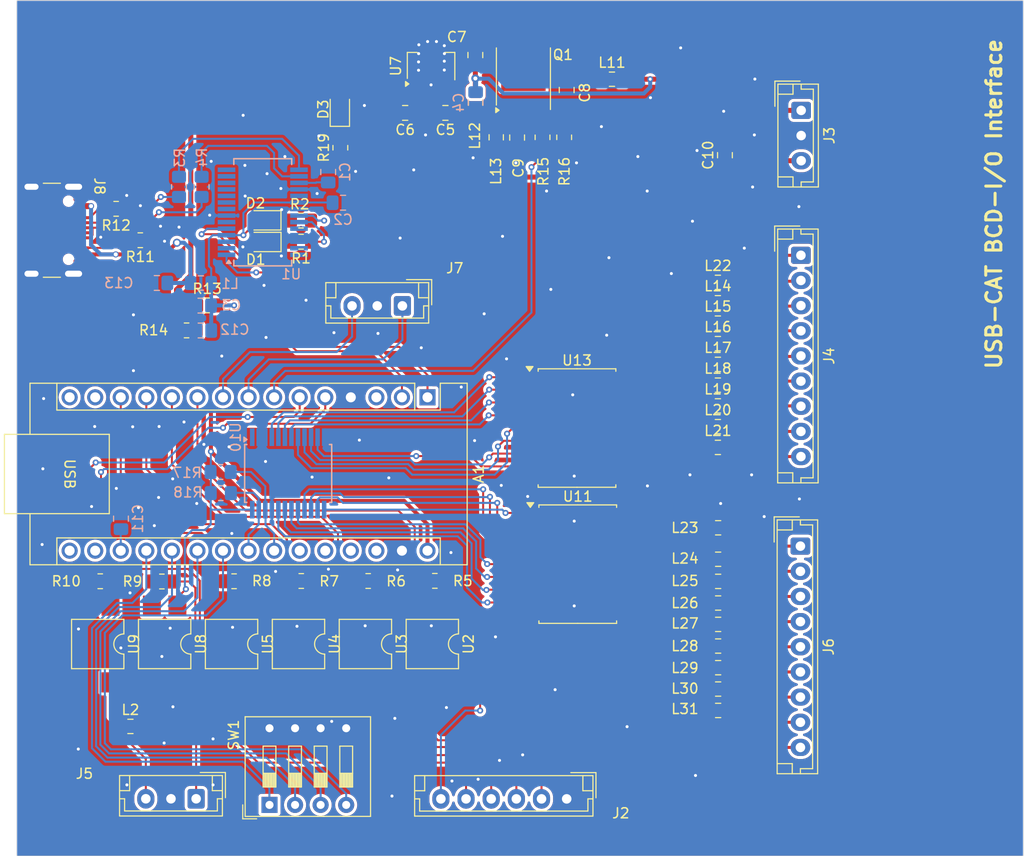
<source format=kicad_pcb>
(kicad_pcb (version 20240108) (generator "pcbnew") (generator_version "8.0")
  (layers (0 "F.Cu" signal) (31 "B.Cu" signal) (34 "B.Paste" user) (35 "F.Paste" user) (36 "B.SilkS" user "B.Silkscreen") (37 "F.SilkS" user "F.Silkscreen") (38 "B.Mask" user) (39 "F.Mask" user) (44 "Edge.Cuts" user))
  (net 0 "")
  (net 2 "GND")
  (net 4 "Net-(A1-RX1)")
  (net 7 "Net-(A1-TX1)")
  (net 10 "Net-(U1-3V3OUT)")
  (net 11 "Net-(D1-A)")
  (net 12 "Net-(D1-K)")
  (net 13 "Net-(D2-K)")
  (net 14 "Net-(U1-CBUS0)")
  (net 15 "Net-(U1-CBUS1)")
  (net 16 "Net-(U1-USBD+)")
  (net 17 "Net-(U1-USBD-)")
  (net 30 "C")
  (net 31 "A")
  (net 32 "TXIN")
  (net 33 "D")
  (net 34 "TXOUT")
  (net 35 "Net-(A1-D4)")
  (net 36 "B")
  (net 37 "Net-(J2-Pin_5)")
  (net 38 "Net-(J2-Pin_2)")
  (net 39 "Net-(J2-Pin_4)")
  (net 40 "Net-(J2-Pin_6)")
  (net 41 "Net-(J2-Pin_3)")
  (net 42 "Net-(L2-Pad1)")
  (net 43 "Net-(R5-Pad1)")
  (net 44 "Net-(R6-Pad1)")
  (net 45 "Net-(R7-Pad1)")
  (net 46 "Net-(R8-Pad1)")
  (net 47 "Net-(R9-Pad2)")
  (net 48 "+5V")
  (net 49 "Net-(J3-Pin_3)")
  (net 50 "Net-(J4-Pin_4)")
  (net 51 "Net-(J4-Pin_1)")
  (net 52 "Net-(J4-Pin_2)")
  (net 53 "Net-(J4-Pin_3)")
  (net 54 "Net-(J4-Pin_5)")
  (net 55 "Net-(J5-Pin_1)")
  (net 56 "Net-(J5-Pin_3)")
  (net 57 "Net-(R10-Pad1)")
  (net 59 "Net-(A1-A0)")
  (net 60 "Net-(A1-A2)")
  (net 61 "SCL")
  (net 62 "Net-(A1-A3)")
  (net 64 "STXD")
  (net 65 "Net-(A1-AREF)")
  (net 66 "SDA")
  (net 67 "SRXD")
  (net 68 "+12V")
  (net 69 "Net-(U7-IN)")
  (net 70 "Net-(Q1-D)")
  (net 71 "Net-(C9-Pad1)")
  (net 72 "Net-(J4-Pin_7)")
  (net 73 "Net-(J4-Pin_6)")
  (net 74 "Net-(J4-Pin_9)")
  (net 75 "Net-(J4-Pin_8)")
  (net 76 "Net-(J6-Pin_9)")
  (net 77 "Net-(J6-Pin_8)")
  (net 78 "Net-(J6-Pin_7)")
  (net 79 "Net-(J6-Pin_5)")
  (net 80 "Net-(J6-Pin_2)")
  (net 81 "Net-(J6-Pin_6)")
  (net 82 "Net-(J6-Pin_1)")
  (net 83 "Net-(J6-Pin_4)")
  (net 84 "Net-(J6-Pin_3)")
  (net 85 "Net-(U13-O1)")
  (net 86 "Net-(U13-O2)")
  (net 87 "Net-(U13-O3)")
  (net 88 "Net-(U13-O4)")
  (net 89 "Net-(U13-O5)")
  (net 90 "Net-(U13-O6)")
  (net 91 "Net-(U13-O7)")
  (net 92 "Net-(U13-O8)")
  (net 93 "Net-(U13-COM)")
  (net 94 "Net-(U11-COM)")
  (net 95 "Net-(U11-O1)")
  (net 96 "Net-(U11-O2)")
  (net 97 "Net-(U11-O3)")
  (net 98 "Net-(U11-O4)")
  (net 99 "Net-(U11-O5)")
  (net 100 "Net-(U11-O6)")
  (net 101 "Net-(U11-O7)")
  (net 102 "Net-(U11-O8)")
  (net 103 "Net-(Q1-G)")
  (net 104 "Net-(U10-P2)")
  (net 105 "Net-(U10-P7)")
  (net 106 "Net-(U10-P12)")
  (net 107 "Net-(U10-P11)")
  (net 109 "Net-(U10-P17)")
  (net 110 "Net-(U10-P3)")
  (net 111 "Net-(U10-P4)")
  (net 112 "Net-(U10-P10)")
  (net 113 "Net-(U10-P5)")
  (net 114 "Net-(U10-P13)")
  (net 115 "Net-(U10-P0)")
  (net 116 "Net-(U10-P6)")
  (net 117 "Net-(U10-P1)")
  (net 118 "Net-(U10-P16)")
  (net 119 "Net-(U10-P14)")
  (net 120 "Net-(U10-P15)")
  (net 121 "Net-(A1-A1)")
  (net 122 "Net-(D3-A)")
  (net 123 "Net-(D3-K)")
  (net 125 "Net-(C13-Pad1)")
  (net 126 "Net-(J8-D--PadA7)")
  (net 127 "Net-(J8-D+-PadA6)")
  (net 128 "Net-(J8-CC2)")
  (net 129 "Net-(J8-CC1)")
  (footprint "LED_SMD:LED_0805_2012Metric" (layer "F.Cu") (at 111.455 63.665 180)
    (property "Reference" "D2")
    (property "Value" "LED")
  )
  (footprint "Inductor_SMD:L_0805_2012Metric_Pad1.15x1.40mm_HandSolder" (layer "F.Cu") (at 156.58 110.24)
    (property "Reference" "L30")
    (property "Value" "10u")
  )
  (footprint "Package_SO:SOIC-18W_7.5x11.6mm_P1.27mm" (layer "F.Cu") (at 142.555 84.3025)
    (property "Reference" "U13")
    (property "Value" "ULN2804A")
  )
  (footprint "Inductor_SMD:L_0805_2012Metric_Pad1.15x1.40mm_HandSolder" (layer "F.Cu") (at 156.555 69.8275)
    (property "Reference" "L22")
    (property "Value" "10u")
  )
  (footprint "Inductor_SMD:L_0805_2012Metric_Pad1.15x1.40mm_HandSolder" (layer "F.Cu") (at 156.555 82.1025)
    (property "Reference" "L19")
    (property "Value" "10u")
  )
  (footprint "Inductor_SMD:L_0805_2012Metric_Pad1.15x1.40mm_HandSolder" (layer "F.Cu") (at 156.58 112.365)
    (property "Reference" "L31")
    (property "Value" "10u")
  )
  (footprint "Inductor_SMD:L_0805_2012Metric_Pad1.15x1.40mm_HandSolder" (layer "F.Cu") (at 156.555 86.2275)
    (property "Reference" "L21")
    (property "Value" "10u")
  )
  (footprint "Inductor_SMD:L_0805_2012Metric_Pad1.15x1.40mm_HandSolder" (layer "F.Cu") (at 156.58 105.965)
    (property "Reference" "L28")
    (property "Value" "10u")
  )
  (footprint "Resistor_SMD:R_0805_2012Metric_Pad1.20x1.40mm_HandSolder" (layer "F.Cu") (at 101.305 99.5525 180)
    (property "Reference" "R9")
    (property "Value" "680R")
  )
  (footprint "Resistor_SMD:R_0805_2012Metric_Pad1.20x1.40mm_HandSolder" (layer "F.Cu") (at 121.805 99.5025 180)
    (property "Reference" "R6")
    (property "Value" "270R")
  )
  (footprint "Package_TO_SOT_SMD:SOT-89-3" (layer "F.Cu") (at 128.055 48.34 90)
    (property "Reference" "U7")
    (property "Value" "L78L05_SOT89" (hide yes))
  )
  (footprint "Inductor_SMD:L_0805_2012Metric_Pad1.15x1.40mm_HandSolder" (layer "F.Cu") (at 98.18 113.9525)
    (property "Reference" "L2")
    (property "Value" "10u")
  )
  (footprint "Inductor_SMD:L_0805_2012Metric_Pad1.15x1.40mm_HandSolder" (layer "F.Cu") (at 156.58 94.215)
    (property "Reference" "L23")
    (property "Value" "10u")
  )
  (footprint "Inductor_SMD:L_0805_2012Metric_Pad1.15x1.40mm_HandSolder" (layer "F.Cu") (at 156.555 71.8525)
    (property "Reference" "L14")
    (property "Value" "10u")
  )
  (footprint "Inductor_SMD:L_0805_2012Metric_Pad1.15x1.40mm_HandSolder" (layer "F.Cu") (at 156.555 73.8775)
    (property "Reference" "L15")
    (property "Value" "10u")
  )
  (footprint "Inductor_SMD:L_0805_2012Metric_Pad1.15x1.40mm_HandSolder" (layer "F.Cu") (at 156.555 75.915)
    (property "Reference" "L16")
    (property "Value" "10u")
  )
  (footprint "Inductor_SMD:L_0805_2012Metric_Pad1.15x1.40mm_HandSolder" (layer "F.Cu") (at 156.555 77.9775)
    (property "Reference" "L17")
    (property "Value" "10u")
  )
  (footprint "LED_SMD:LED_0805_2012Metric" (layer "F.Cu") (at 111.46125 65.815 180)
    (property "Reference" "D1")
    (property "Value" "LED")
  )
  (footprint "Resistor_SMD:R_0805_2012Metric_Pad1.20x1.40mm_HandSolder" (layer "F.Cu") (at 128.43 99.49 180)
    (property "Reference" "R5")
    (property "Value" "270R")
  )
  (footprint "Inductor_SMD:L_0805_2012Metric_Pad1.15x1.40mm_HandSolder" (layer "F.Cu") (at 156.555 80.04)
    (property "Reference" "L18")
    (property "Value" "10u")
  )
  (footprint "Button_Switch_THT:SW_DIP_SPSTx04_Slide_9.78x12.34mm_W7.62mm_P2.54mm" (layer "F.Cu") (at 112 121.7525 90)
    (property "Reference" "SW1")
    (property "Value" "SW_DIP_x04" (hide yes))
  )
  (footprint "Inductor_SMD:L_0805_2012Metric_Pad1.15x1.40mm_HandSolder" (layer "F.Cu") (at 156.58 103.815)
    (property "Reference" "L27")
    (property "Value" "10u")
  )
  (footprint "Capacitor_SMD:C_0805_2012Metric_Pad1.18x1.45mm_HandSolder" (layer "F.Cu") (at 125.48 52.99 180)
    (property "Reference" "C6")
    (property "Value" "100n")
  )
  (footprint "Connector_USB:USB_C_Receptacle_GCT_USB4105-xx-A_16P_TopMnt_Horizontal" (layer "F.Cu") (at 89.425 64.65 -90)
    (property "Reference" "J8")
    (property "Value" "USB_C_Receptacle_USB2.0_16P" (hide yes))
  )
  (footprint "Capacitor_SMD:C_0805_2012Metric_Pad1.18x1.45mm_HandSolder" (layer "F.Cu") (at 141.53 50.715 -90)
    (property "Reference" "C8")
    (property "Value" "100n")
  )
  (footprint "Package_DIP:SMDIP-4_W7.62mm" (layer "F.Cu") (at 108.23 105.765 -90)
    (property "Reference" "U5")
    (property "Value" "SFH617A-2X009T" (hide yes))
  )
  (footprint "Connector_JST:JST_EH_B9B-EH-A_1x09_P2.50mm_Vertical" (layer "F.Cu") (at 164.805 67.14 -90)
    (property "Reference" "J4")
    (property "Value" "Conn_01x09_Socket")
  )
  (footprint "LED_SMD:LED_0805_2012Metric" (layer "F.Cu") (at 118.99 52.64 90)
    (property "Reference" "D3")
    (property "Value" "LED")
  )
  (footprint "Capacitor_SMD:C_0805_2012Metric_Pad1.18x1.45mm_HandSolder" (layer "F.Cu") (at 129.48 52.99 180)
    (property "Reference" "C5")
    (property "Value" "100n")
  )
  (footprint "Resistor_SMD:R_0805_2012Metric_Pad1.20x1.40mm_HandSolder" (layer "F.Cu") (at 105.805 72.115)
    (property "Reference" "R13")
    (property "Value" "0R")
  )
  (footprint "Module:Arduino_Nano" (layer "F.Cu") (at 127.7 81.25 -90)
    (property "Reference" "A1")
    (property "Value" "Arduino_Nano_Every")
  )
  (footprint "Package_DIP:SMDIP-4_W7.62mm" (layer "F.Cu") (at 94.93 105.765 -90)
    (property "Reference" "U9")
    (property "Value" "SFH617A-2X009T" (hide yes))
  )
  (footprint "Capacitor_SMD:C_0805_2012Metric_Pad1.18x1.45mm_HandSolder" (layer "F.Cu") (at 157.255 57.19 90)
    (property "Reference" "C10")
    (property "Value" "100n")
  )
  (footprint "Resistor_SMD:R_0805_2012Metric_Pad1.20x1.40mm_HandSolder" (layer "F.Cu") (at 96.76 62.52 180)
    (property "Reference" "R12")
    (property "Value" "5k1")
  )
  (footprint "Resistor_SMD:R_0805_2012Metric_Pad1.20x1.40mm_HandSolder" (layer "F.Cu") (at 99.16 65.64 180)
    (property "Reference" "R11")
    (property "Value" "5k1")
  )
  (footprint "Resistor_SMD:R_0805_2012Metric_Pad1.20x1.40mm_HandSolder" (layer "F.Cu") (at 115.13 63.69 180)
    (property "Reference" "R2")
    (property "Value" "270R")
  )
  (footprint "Resistor_SMD:R_0805_2012Metric_Pad1.20x1.40mm_HandSolder" (layer "F.Cu") (at 115.155 99.5025 180)
    (property "Reference" "R7")
    (property "Value" "270R")
  )
  (footprint "Inductor_SMD:L_0805_2012Metric_Pad1.15x1.40mm_HandSolder" (layer "F.Cu") (at 156.58 108.115)
    (property "Reference" "L29")
    (property "Value" "10u")
  )
  (footprint "Package_DIP:SMDIP-4_W7.62mm" (layer "F.Cu") (at 121.53 105.765 -90)
    (property "Reference" "U3")
    (property "Value" "SFH617A-2X009T" (hide yes))
  )
  (footprint "Inductor_SMD:L_0805_2012Metric_Pad1.15x1.40mm_HandSolder" (layer "F.Cu") (at 156.555 84.165)
    (property "Reference" "L20")
    (property "Value" "10u")
  )
  (footprint "Connector_JST:JST_EH_B3B-EH-A_1x03_P2.50mm_Vertical" (layer "F.Cu") (at 125.205 72.165 180)
    (property "Reference" "J7")
    (property "Value" "Conn_01x03_Socket" (hide yes))
  )
  (footprint "Resistor_SMD:R_0805_2012Metric_Pad1.20x1.40mm_HandSolder" (layer "F.Cu") (at 119.04 56.45 90)
    (property "Reference" "R19")
    (property "Value" "470R")
  )
  (footprint "Package_DIP:SMDIP-4_W7.62mm" (layer "F.Cu") (at 114.88 105.765 -90)
    (property "Reference" "U4")
    (property "Value" "SFH617A-2X009T" (hide yes))
  )
  (footprint "Inductor_SMD:L_0805_2012Metric_Pad1.15x1.40mm_HandSolder" (layer "F.Cu") (at 132.48 51.965 -90)
    (property "Reference" "L12")
    (property "Value" "10u")
  )
  (footprint "Resistor_SMD:R_0805_2012Metric_Pad1.20x1.40mm_HandSolder" (layer "F.Cu") (at 139.13 55.415 -90)
    (property "Reference" "R15")
    (property "Value" "270R")
  )
  (footprint "Resistor_SMD:R_0805_2012Metric_Pad1.20x1.40mm_HandSolder" (layer "F.Cu") (at 115.13625 65.79 180)
    (property "Reference" "R1")
    (property "Value" "270R")
  )
  (footprint "Inductor_SMD:L_0805_2012Metric_Pad1.15x1.40mm_HandSolder" (layer "F.Cu") (at 156.58 99.54)
    (property "Reference" "L25")
    (property "Value" "10u")
  )
  (footprint "Inductor_SMD:L_0805_2012Metric_Pad1.15x1.40mm_HandSolder" (layer "F.Cu") (at 146.03 49.64)
    (property "Reference" "L11")
    (property "Value" "10u")
  )
  (footprint "Package_SO:SOIC-18W_7.5x11.6mm_P1.27mm" (layer "F.Cu") (at 142.63 97.8275)
    (property "Reference" "U11")
    (property "Value" "ULN2804A")
  )
  (footprint "Resistor_SMD:R_0805_2012Metric_Pad1.20x1.40mm_HandSolder" (layer "F.Cu") (at 103.76 74.6)
    (property "Reference" "R14")
    (property "Value" "0R")
  )
  (footprint "Resistor_SMD:R_0805_2012Metric_Pad1.20x1.40mm_HandSolder" (layer "F.Cu") (at 108.48 99.5275 180)
    (property "Reference" "R8")
    (property "Value" "270R")
  )
  (footprint "Capacitor_SMD:C_0805_2012Metric_Pad1.18x1.45mm_HandSolder" (layer "F.Cu") (at 136.605 55.44 -90)
    (property "Reference" "C9")
    (property "Value" "100n")
  )
  (footprint "Capacitor_SMD:C_0805_2012Metric_Pad1.18x1.45mm_HandSolder" (layer "F.Cu") (at 132.455 47.24 90)
    (property "Reference" "C7")
    (property "Value" "100n")
  )
  (footprint "Inductor_SMD:L_0805_2012Metric_Pad1.15x1.40mm_HandSolder" (layer "F.Cu") (at 134.53 55.415 90)
    (property "Reference" "L13")
    (property "Value" "10u")
  )
  (footprint "Connector_JST:JST_EH_B6B-EH-A_1x06_P2.50mm_Vertical" (layer "F.Cu") (at 141.53 121.1525 180)
    (property "Reference" "J2")
    (property "Value" "Conn_01x06_Socket" (hide yes))
  )
  (footprint "Inductor_SMD:L_0805_2012Metric_Pad1.15x1.40mm_HandSolder" (layer "F.Cu") (at 156.58 101.69)
    (property "Reference" "L26")
    (property "Value" "10u")
  )
  (footprint "Resistor_SMD:R_0805_2012Metric_Pad1.20x1.40mm_HandSolder" (layer "F.Cu") (at 141.28 55.415 -90)
    (property "Reference" "R16")
    (property "Value" "47k")
  )
  (footprint "Inductor_SMD:L_0805_2012Metric_Pad1.15x1.40mm_HandSolder" (layer "F.Cu") (at 156.58 97.34)
    (property "Reference" "L24")
    (property "Value" "10u")
  )
  (footprint "Package_TO_SOT_SMD:TDSON-8-1" (layer "F.Cu") (at 137.23 49.59 90)
    (property "Reference" "Q1")
    (property "Value" "FDMS8350LET40" (hide yes))
  )
  (footprint "Package_DIP:SMDIP-4_W7.62mm" (layer "F.Cu") (at 101.58 105.765 -90)
    (property "Reference" "U8")
    (property "Value" "SFH617A-2X009T" (hide yes))
  )
  (footprint "Resistor_SMD:R_0805_2012Metric_Pad1.20x1.40mm_HandSolder" (layer "F.Cu") (at 95.18 99.5275 180)
    (property "Reference" "R10")
    (property "Value" "270R")
  )
  (footprint "Package_DIP:SMDIP-4_W7.62mm" (layer "F.Cu") (at 128.18 105.765 -90)
    (property "Reference" "U2")
    (property "Value" "SFH617A-2X009T" (hide yes))
  )
  (footprint "Connector_JST:JST_EH_B9B-EH-A_1x09_P2.50mm_Vertical" (layer "F.Cu") (at 164.755 96.04 -90)
    (property "Reference" "J6")
    (property "Value" "Conn_01x09_Socket")
  )
  (footprint "Connector_JST:JST_EH_B3B-EH-A_1x03_P2.50mm_Vertical" (layer "F.Cu") (at 104.71 121.1425 180)
    (property "Reference" "J5")
    (property "Value" "Conn_01x03_Socket")
  )
  (footprint "Connector_JST:JST_EH_B3B-EH-A_1x03_P2.50mm_Vertical" (layer "F.Cu") (at 164.83 52.74 -90)
    (property "Reference" "J3")
    (property "Value" "Conn_01x03_Socket" (hide yes))
  )
  (footprint "Capacitor_SMD:C_0805_2012Metric_Pad1.18x1.45mm_HandSolder" (layer "B.Cu") (at 97.24 93.3125 90)
    (property "Reference" "C11")
    (property "Value" "100n")
  )
  (footprint "Capacitor_SMD:C_0805_2012Metric_Pad1.18x1.45mm_HandSolder" (layer "B.Cu") (at 105.17 74.61 180)
    (property "Reference" "C12")
    (property "Value" "1u")
  )
  (footprint "Capacitor_SMD:C_0805_2012Metric_Pad1.18x1.45mm_HandSolder" (layer "B.Cu") (at 100.81 69.89 180)
    (property "Reference" "C13")
    (property "Value" "100n")
  )
  (footprint "Capacitor_SMD:C_0805_2012Metric_Pad1.18x1.45mm_HandSolder" (layer "B.Cu") (at 119.305 61.915)
    (property "Reference" "C2")
    (property "Value" "100n")
  )
  (footprint "Resistor_SMD:R_0805_2012Metric_Pad1.20x1.40mm_HandSolder" (layer "B.Cu") (at 103.005 60.34 90)
    (property "Reference" "R3")
    (property "Value" "27R")
  )
  (footprint "Resistor_SMD:R_0805_2012Metric_Pad1.20x1.40mm_HandSolder" (layer "B.Cu") (at 105.255 60.34 90)
    (property "Reference" "R4")
    (property "Value" "27R")
  )
  (footprint "Inductor_SMD:L_0805_2012Metric_Pad1.15x1.40mm_HandSolder" (layer "B.Cu") (at 105.18 69.89)
    (property "Reference" "L1")
    (property "Value" "10u")
  )
  (footprint "Package_SO:SSOP-24_5.3x8.2mm_P0.65mm" (layer "B.Cu") (at 113.855 88.815 -90)
    (property "Reference" "U10")
    (property "Value" "PCF8575DBR")
  )
  (footprint "Capacitor_SMD:C_0805_2012Metric_Pad1.18x1.45mm_HandSolder" (layer "B.Cu") (at 105.155 72.14 180)
    (property "Reference" "C3")
    (property "Value" "100n")
  )
  (footprint "Resistor_SMD:R_0805_2012Metric_Pad1.20x1.40mm_HandSolder" (layer "B.Cu") (at 107.16 90.77 180)
    (property "Reference" "R18")
    (property "Value" "2k2")
  )
  (footprint "Capacitor_SMD:C_0805_2012Metric_Pad1.18x1.45mm_HandSolder" (layer "B.Cu") (at 132.48 51.965 -90)
    (property "Reference" "C4")
    (property "Value" "100n")
  )
  (footprint "Package_SO:SSOP-28_5.3x10.2mm_P0.65mm" (layer "B.Cu") (at 111.33 62.865)
    (property "Reference" "U1")
    (property "Value" "FT232RL")
  )
  (footprint "Capacitor_SMD:C_0805_2012Metric_Pad1.18x1.45mm_HandSolder" (layer "B.Cu") (at 117.83 58.865 90)
    (property "Reference" "C1")
    (property "Value" "100n")
  )
  (footprint "Resistor_SMD:R_0805_2012Metric_Pad1.20x1.40mm_HandSolder" (layer "B.Cu") (at 107.14 88.67 180)
    (property "Reference" "R17")
    (property "Value" "2k2")
  )
  (gr_rect (start 93.07 63.35) (end 94.03 63.45) (stroke (width 0.2)) (fill none) (layer "F.Cu") (net 129))
  (gr_rect (start 93.07 64.35) (end 94.03 64.45) (stroke (width 0.2)) (fill none) (layer "F.Cu") (net 127))
  (gr_rect (start 92.79 66.85) (end 94.17 67.25) (stroke (width 0.2)) (fill solid) (layer "F.Cu") (net 125))
  (gr_rect (start 93.07 63.85) (end 94.03 63.95) (stroke (width 0.2)) (fill none) (layer "F.Cu") (net 126))
  (gr_rect (start 93.07 65.35) (end 94.03 65.45) (stroke (width 0.2)) (fill none) (layer "F.Cu") (net 127))
  (gr_rect (start 93.06 66.35) (end 94.02 66.45) (stroke (width 0.2)) (fill none) (layer "F.Cu") (net 128))
  (gr_rect (start 92.67 62.05) (end 94.05 62.45) (stroke (width 0.2)) (fill solid) (layer "F.Cu") (net 125))
  (gr_rect (start 93.07 64.85) (end 94.03 64.95) (stroke (width 0.2)) (fill none) (layer "F.Cu") (net 126))
  (gr_rect (start 86.895 41.825) (end 186.895 126.825) (stroke (width 0.05)) (fill none) (layer "Edge.Cuts"))
  (gr_text "DJ1YR" (at 87.68 105.15 -90) (layer "F.Cu") (effects (font (size 1 1)) (justify left bottom)))
  (gr_text "DJ1YR" (at 186.11 116.89 90) (layer "F.Cu") (effects (font (size 1 1)) (justify left bottom)))
  (gr_text "USB-CAT BCD-I/O Interface" (at 184.87 78.6 90) (layer "F.SilkS") (effects (font (size 1.5 1.5) (thickness 0.3) (bold yes)) (justify left bottom)))
  (segment (start 102.605 121.1525) (end 102.63 121.1775) (width 0.2) (layer "F.Cu") (net 2))
  (via (at 95.23 65.34) (size 0.6) (drill 0.3) (layers "F.Cu" "B.Cu") (net 2))
  (via (at 137.155 116.7775) (size 0.6) (drill 0.3) (layers "F.Cu" "B.Cu") (net 2))
  (via (at 149.555 90.0525) (size 0.6) (drill 0.3) (layers "F.Cu" "B.Cu") (net 2))
  (via (at 154.33 118.8275) (size 0.6) (drill 0.3) (layers "F.Cu" "B.Cu") (net 2))
  (via (at 113.13 60.5025) (size 0.6) (drill 0.3) (layers "F.Cu" "B.Cu") (net 2))
  (via (at 124.17 120.8725) (size 0.6) (drill 0.3) (layers "F.Cu" "B.Cu") (net 2))
  (via (at 89.405 95.8775) (size 0.6) (drill 0.3) (layers "F.Cu" "B.Cu") (net 2))
  (via (at 129.37 46.31) (size 0.6) (drill 0.3) (layers "F.Cu" "B.Cu") (net 2))
  (via (at 126.84 46.22) (size 0.6) (drill 0.3) (layers "F.Cu" "B.Cu") (net 2))
  (via (at 100.98 91.2025) (size 0.6) (drill 0.3) (layers "F.Cu" "B.Cu") (net 2))
  (via (at 118.18 113.4525) (size 0.6) (drill 0.3) (layers "F.Cu" "B.Cu") (net 2))
  (via (at 142.28 89.0775) (size 0.6) (drill 0.3) (layers "F.Cu" "B.Cu") (net 2))
  (via (at 121.505 103.9525) (size 0.6) (drill 0.3) (layers "F.Cu" "B.Cu") (net 2))
  (via (at 140.38 110.3025) (size 0.6) (drill 0.3) (layers "F.Cu" "B.Cu") (net 2))
  (via (at 142.13 81.0025) (size 0.6) (drill 0.3) (layers "F.Cu" "B.Cu") (net 2))
  (via (at 108.33 104.1025) (size 0.6) (drill 0.3) (layers "F.Cu" "B.Cu") (net 2))
  (via (at 98.405 84.1775) (size 0.6) (drill 0.3) (layers "F.Cu" "B.Cu") (net 2))
  (via (at 134.455 105.0525) (size 0.6) (drill 0.3) (layers "F.Cu" "B.Cu") (net 2))
  (via (at 123.855 89.2525) (size 0.6) (drill 0.3) (layers "F.Cu" "B.Cu") (net 2))
  (via (at 142.28 93.5525) (size 0.6) (drill 0.3) (layers "F.Cu" "B.Cu") (net 2))
  (via (at 97.81 61.19) (size 0.6) (drill 0.3) (layers "F.Cu" "B.Cu") (net 2))
  (via (at 115.63 71.6025) (size 0.6) (drill 0.3) (layers "F.Cu" "B.Cu") (net 2))
  (via (at 98.98 92.2125) (size 0.6) (drill 0.3) (layers "F.Cu" "B.Cu") (net 2))
  (via (at 98.48 73.0525) (size 0.6) (drill 0.3) (layers "F.Cu" "B.Cu") (net 2))
  (via (at 128.59 45.9) (size 0.6) (drill 0.3) (layers "F.Cu" "B.Cu") (net 2))
  (via (at 128.08 103.9525) (size 0.6) (drill 0.3) (layers "F.Cu" "B.Cu") (net 2))
  (via (at 160.005 60.3525) (size 0.6) (drill 0.3) (layers "F.Cu" "B.Cu") (net 2))
  (via (at 98.14 100.6825) (size 0.6) (drill 0.3) (layers "F.Cu" "B.Cu") (net 2))
  (via (at 135.555 77.4275) (size 0.6) (drill 0.3) (layers "F.Cu" "B.Cu") (net 2))
  (via (at 101.17 64.25) (size 0.6) (drill 0.3) (layers "F.Cu" "B.Cu") (net 2))
  (via (at 159.905 88.9525) (size 0.6) (drill 0.3) (layers "F.Cu" "B.Cu") (net 2))
  (via (at 154.48 56.7275) (size 0.6) (drill 0.3) (layers "F.Cu" "B.Cu") (net 2))
  (via (at 122.78 74.9025) (size 0.6) (drill 0.3) (layers "F.Cu" "B.Cu") (net 2))
  (via (at 139.53 60.7525) (size 0.6) (drill 0.3) (layers "F.Cu" "B.Cu") (net 2))
  (via (at 97.23 106.1525) (size 0.6) (drill 0.3) (layers "F.Cu" "B.Cu") (net 2))
  (via (at 126.81 47.92) (size 0.6) (drill 0.3) (layers "F.Cu" "B.Cu") (net 2))
  (via (at 132.38 85.5525) (size 0.6) (drill 0.3) (layers "F.Cu" "B.Cu") (net 2))
  (via (at 117.855 98.3275) (size 0.6) (drill 0.3) (layers "F.Cu" "B.Cu") (net 2))
  (via (at 103.01 64.34) (size 0.6) (drill 0.3) (layers "F.Cu" "B.Cu") (net 2))
  (via (at 160.23 49.6275) (size 0.6) (drill 0.3) (layers "F.Cu" "B.Cu") (net 2))
  (via (at 127.505 55.1775) (size 0.6) (drill 0.3) (layers "F.Cu" "B.Cu") (net 2))
  (via (at 120.93 85.5025) (size 0.6) (drill 0.3) (layers "F.Cu" "B.Cu") (net 2))
  (via (at 109.355 66.3025) (size 0.6) (drill 0.3) (layers "F.Cu" "B.Cu") (net 2))
  (via (at 94.63 84.1525) (size 0.6) (drill 0.3) (layers "F.Cu" "B.Cu") (net 2))
  (via (at 134.855 117.3275) (size 0.6) (drill 0.3) (layers "F.Cu" "B.Cu") (net 2))
  (via (at 135.155 65.2525) (size 0.6) (drill 0.3) (layers "F.Cu" "B.Cu") (net 2))
  (via (at 109.555 58.2025) (size 0.6) (drill 0.3) (layers "F.Cu" "B.Cu") (net 2))
  (via (at 148.605 57.3275) (size 0.6) (drill 0.3) (layers "F.Cu" "B.Cu") (net 2))
  (via (at 101.57 65.74) (size 0.6) (drill 0.3) (layers "F.Cu" "B.Cu") (net 2))
  (via (at 152.855 46.5275) (size 0.6) (drill 0.3) (layers "F.Cu" "B.Cu") (net 2))
  (via (at 142.505 57.9525) (size 0.6) (drill 0.3) (layers "F.Cu" "B.Cu") (net 2))
  (via (at 124.455 113.1525) (size 0.6) (drill 0.3) (layers "F.Cu" "B.Cu") (net 2))
  (via (at 104.77 91.8) (size 0.6) (drill 0.3) (layers "F.Cu" "B.Cu") (net 2))
  (via (at 153.78 88.9525) (size 0.6) (drill 0.3) (layers "F.Cu" "B.Cu") (net 2))
  (via (at 156.83 91.8025) (size 0.6) (drill 0.3) (layers "F.Cu" "B.Cu") (net 2))
  (via (at 102.13 104.1925) (size 0.6) (drill 0.3) (layers "F.Cu" "B.Cu") (net 2))
  (via (at 108.255 94.7775) (size 0.6) (drill 0.3) (layers "F.Cu" "B.Cu") (net 2))
  (via (at 149.855 51.4775) (size 0.6) (drill 0.3) (layers "F.Cu" "B.Cu") (net 2))
  (via (at 129.37 48.73) (size 0.6) (drill 0.3) (layers "F.Cu" "B.Cu") (net 2))
  (via (at 113.53 57.3275) (size 0.6) (drill 0.3) (layers "F.Cu" "B.Cu") (net 2))
  (via (at 101.53 115.6025) (size 0.6) (drill 0.3) (layers "F.Cu" "B.Cu") (net 2))
  (via (at 118.405 74.8275) (size 0.6) (drill 0.3) (layers "F.Cu" "B.Cu") (net 2))
  (via (at 89.48 88.3525) (size 0.6) (drill 0.3) (layers "F.Cu" "B.Cu") (net 2))
  (via (at 106.39 115.1925) (size 0.6) (drill 0.3) (layers "F.Cu" "B.Cu") (net 2))
  (via (at 106.055 63.1525) (size 0.6) (drill 0.3) (layers "F.Cu" "B.Cu") (net 2))
  (via (at 109.58 61.2525) (size 0.6) (drill 0.3) (layers "F.Cu" "B.Cu") (net 2))
  (via (at 164.605 62.3025) (size 0.6) (drill 0.3) (layers "F.Cu" "B.Cu") (net 2))
  (via (at 151.93 68.9525) (size 0.6) (drill 0.3) (layers "F.Cu" "B.Cu") (net 2))
  (via (at 136.48 57.9525) (size 0.6) (drill 0.3) (layers "F.Cu" "B.Cu") (net 2))
  (via (at 131.055 80.2275) (size 0.6) (drill 0.3) (layers "F.Cu" "B.Cu") (net 2))
  (via (at 89.555 81.3775) (size 0.6) (drill 0.3) (layers "F.Cu" "B.Cu") (net 2))
  (via (at 116.905 55.2775) (size 0.6) (drill 0.3) (layers "F.Cu" "B.Cu") (net 2))
  (via (at 124.73 98.4025) (size 0.6) (drill 0.3) (layers "F.Cu" "B.Cu") (net 2))
  (via (at 111.755 59.0275) (size 0.6) (drill 0.3) (layers "F.Cu" "B.Cu") (net 2))
  (via (at 102.38 89.3525) (size 0.6) (drill 0.3) (layers "F.Cu" "B.Cu") (net 2))
  (via (at 113.205 62.6025) (size 0.6) (drill 0.3) (layers "F.Cu" "B.Cu") (net 2))
  (via (at 96.78 90.3025) (size 0.6) (drill 0.3) (layers "F.Cu" "B.Cu") (net 2))
  (via (at 120.555 58.8025) (size 0.6) (drill 0.3) (layers "F.Cu" "B.Cu") (net 2))
  (via (at 164.655 91.3525) (size 0.6) (drill 0.3) (layers "F.Cu" "B.Cu") (net 2))
  (via (at 144.98 54.3525) (size 0.6) (drill 0.3) (layers "F.Cu" "B.Cu") (net 2))
  (via (at 114.73 104.0025) (size 0.6) (drill 0.3) (layers "F.Cu" "B.Cu") (net 2))
  (via (at 107.255 77.1525) (size 0.6) (drill 0.3) (layers "F.Cu" "B.Cu") (net 2))
  (via (at 128.055 50.2025) (size 0.6) (drill 0.3) (layers "F.Cu" "B.Cu") (net 2))
  (via (at 97.83 119.7625) (size 0.6) (drill 0.3) (layers "F.Cu" "B.Cu") (net 2))
  (via (at 132.23 57.4525) (size 0.6) (drill 0.3) (layers "F.Cu" "B.Cu") (net 2))
  (via (at 133.33 72.9525) (size 0.6) (drill 0.3) (layers "F.Cu" "B.Cu") (net 2))
  (via (at 111.855 114.2775) (size 0.6) (drill 0.3) (layers "F.Cu" "B.Cu") (net 2))
  (via (at 129.58 112.0775) (size 0.6) (drill 0.3) (layers "F.Cu" "B.Cu") (net 2))
  (via (at 116.73 61.0025) (size 0.6) (drill 0.3) (layers "F.Cu" "B.Cu") (net 2))
  (via (at 129.37 47.85) (size 0.6) (drill 0.3) (layers "F.Cu" "B.Cu") (net 2))
  (via (at 157.13 52.8275) (size 0.6) (drill 0.3) (layers "F.Cu" "B.Cu") (net 2))
  (via (at 116.23 89.1775) (size 0.6) (drill 0.3) (layers "F.Cu" "B.Cu") (net 2))
  (via (at 145.505 75.0775) (size 0.6) (drill 0.3) (layers "F.Cu" "B.Cu") (net 2))
  (via (at 101.305 107.0025) (size 0.6) (drill 0.3) (layers "F.Cu" "B.Cu") (net 2))
  (via (at 135.03 90.0025) (size 0.6) (drill 0.3) (layers "F.Cu" "B.Cu") (net 2))
  (via (at 93.02 104.2725) (size 0.6) (drill 0.3) (layers "F.Cu" "B.Cu") (net 2))
  (via (at 111.455 70.1275) (size 0.6) (drill 0.3) (layers "F.Cu" "B.Cu") (net 2))
  (via (at 98.48 78.6025) (size 0.6) (drill 0.3) (layers "F.Cu" "B.Cu") (net 2))
  (via (at 106.39 119.7625) (size 0.6) (drill 0.3) (layers "F.Cu" "B.Cu") (net 2))
  (via (at 101.03 84.1525) (size 0.6) (drill 0.3) (layers "F.Cu" "B.Cu") (net 2))
  (via (at 160.18 55.1775) (size 0.6) (drill 0.3) (layers "F.Cu" "B.Cu") (net 2))
  (via (at 99.17 62.21) (size 0.6) (drill 0.3) (layers "F.Cu" "B.Cu") (net 2))
  (via (at 130.03 96.6775) (size 0.6) (drill 0.3) (layers "F.Cu" "B.Cu") (net 2))
  (via (at 161.155 93.1025) (size 0.6) (drill 0.3) (layers "F.Cu" "B.Cu") (net 2))
  (via (at 94.32 92.1025) (size 0.6) (drill 0.3) (layers "F.Cu" "B.Cu") (net 2))
  (via (at 139.955 70.5275) (size 0.6) (drill 0.3) (layers "F.Cu" "B.Cu") (net 2))
  (via (at 129.38 47.1) (size 0.6) (drill 0.3) (layers "F.Cu" "B.Cu") (net 2))
  (via (at 111.605 87.6275) (size 0.6) (drill 0.3) (layers "F.Cu" "B.Cu") (net 2))
  (via (at 159.18 66.4275) (size 0.6) (drill 0.3) (layers "F.Cu" "B.Cu") (net 2))
  (via (at 107.98 86.17) (size 0.6) (drill 0.3) (layers "F.Cu" "B.Cu") (net 2))
  (via (at 127.71 45.9) (size 0.6) (drill 0.3) (layers "F.Cu" "B.Cu") (net 2))
  (via (at 111.655 75.3025) (size 0.6) (drill 0.3) (layers "F.Cu" "B.Cu") (net 2))
  (via (at 137.655 91.1025) (size 0.6) (drill 0.3) (layers "F.Cu" "B.Cu") (net 2))
  (via (at 130.13 119.3775) (size 0.6) (drill 0.3) (layers "F.Cu" "B.Cu") (net 2))
  (via (at 100.555 94.0025) (size 0.6) (drill 0.3) (layers "F.Cu" "B.Cu") (net 2))
  (via (at 93 116.2025) (size 0.6) (drill 0.3) (layers "F.Cu" "B.Cu") (net 2))
  (via (at 105.48 85.9275) (size 0.45) (drill 0.3) (layers "F.Cu" "B.Cu") (net 2))
  (via (at 126.82 47.1) (size 0.6) (drill 0.3) (layers "F.Cu" "B.Cu") (net 2))
  (via (at 113.18 67.2025) (size 0.6) (drill 0.3) (layers "F.Cu" "B.Cu") (net 2))
  (via (at 127.08 76.3275) (size 0.6) (drill 0.3) (layers "F.Cu" "B.Cu") (net 2))
  (via (at 106.205 57.8025) (size 0.6) (drill 0.3) (layers "F.Cu" "B.Cu") (net 2))
  (via (at 147.53 113.9775) (size 0.6) (drill 0.3) (layers "F.Cu" "B.Cu") (net 2))
  (via (at 126.81 48.75) (size 0.6) (drill 0.3) (layers "F.Cu" "B.Cu") (net 2))
  (via (at 103.505 83.7025) (size 0.6) (drill 0.3) (layers "F.Cu" "B.Cu") (net 2))
  (via (at 142.28 101.9775) (size 0.6) (drill 0.3) (layers "F.Cu" "B.Cu") (net 2))
  (via (at 112.605 98.5525) (size 0.6) (drill 0.3) (layers "F.Cu" "B.Cu") (net 2))
  (via (at 124.98 65.4275) (size 0.6) (drill 0.3) (layers "F.Cu" "B.Cu") (net 2))
  (via (at 102.405 112.0025) (size 0.6) (drill 0.3) (layers "F.Cu" "B.Cu") (net 2))
  (via (at 109.38 53.2275) (size 0.6) (drill 0.3) (layers "F.Cu" "B.Cu") (net 2))
  (via (at 154.03 63.7525) (size 0.6) (drill 0.3) (layers "F.Cu" "B.Cu") (net 2))
  (via (at 121.43 52.2525) (size 0.6) (drill 0.3) (layers "F.Cu" "B.Cu") (net 2))
  (via (at 145.73 67.3775) (size 0.6) (drill 0.3) (layers "F.Cu" "B.Cu") (net 2))
  (via (at 149.53 60.7525) (size 0.6) (drill 0.3) (layers "F.Cu" "B.Cu") (net 2))
  (via (at 126.33 58.6525) (size 0.6) (drill 0.3) (layers "F.Cu" "B.Cu") (net 2))
  (via (at 132.73 119.2025) (size 0.6) (drill 0.3) (layers "F.Cu" "B.Cu") (net 2))
  (segment (start 114.705 76.665) (end 122.58 76.665) (width 0.2) (layer "F.Cu") (net 4))
  (segment (start 113.055 75.015) (end 114.705 76.665) (width 0.2) (layer "F.Cu") (net 4))
  (segment (start 122.58 76.665) (end 125.16 79.245) (width 0.2) (layer "F.Cu") (net 4))
  (segment (start 110.68 68.84) (end 112.23 68.84) (width 0.2) (layer "F.Cu") (net 4))
  (segment (start 113.055 69.665) (end 113.055 75.015) (width 0.2) (layer "F.Cu") (net 4))
  (segment (start 112.23 68.84) (end 113.055 69.665) (width 0.2) (layer "F.Cu") (net 4))
  (segment (start 125.16 79.245) (end 125.16 81.25) (width 0.2) (layer "F.Cu") (net 4))
  (via (at 110.68 68.84) (size 0.6) (drill 0.3) (layers "F.Cu" "B.Cu") (net 4))
  (segment (start 107.73 67.09) (end 107.73 67.765) (width 0.2) (layer "B.Cu") (net 4))
  (segment (start 108.805 68.84) (end 110.68 68.84) (width 0.2) (layer "B.Cu") (net 4))
  (segment (start 107.73 67.765) (end 108.805 68.84) (width 0.2) (layer "B.Cu") (net 4))
  (segment (start 106.88 65.04) (end 109.455 67.615) (width 0.2) (layer "F.Cu") (net 7))
  (segment (start 114.88 76.24) (end 124.905 76.24) (width 0.2) (layer "F.Cu") (net 7))
  (segment (start 113.455 74.815) (end 114.88 76.24) (width 0.2) (layer "F.Cu") (net 7))
  (segment (start 105.255 65.04) (end 106.88 65.04) (width 0.2) (layer "F.Cu") (net 7))
  (segment (start 127.7 79.035) (end 127.7 81.25) (width 0.2) (layer "F.Cu") (net 7))
  (segment (start 113.455 68.915) (end 113.455 74.815) (width 0.2) (layer "F.Cu") (net 7))
  (segment (start 124.905 76.24) (end 127.7 79.035) (width 0.2) (layer "F.Cu") (net 7))
  (segment (start 112.155 67.615) (end 113.455 68.915) (width 0.2) (layer "F.Cu") (net 7))
  (segment (start 109.455 67.615) (end 112.155 67.615) (width 0.2) (layer "F.Cu") (net 7))
  (via (at 105.255 65.04) (size 0.6) (drill 0.3) (layers "F.Cu" "B.Cu") (net 7))
  (segment (start 105.805 64.49) (end 105.255 65.04) (width 0.2) (layer "B.Cu") (net 7))
  (segment (start 107.73 64.49) (end 105.805 64.49) (width 0.2) (layer "B.Cu") (net 7))
  (segment (start 117.8175 59.89) (end 117.83 59.9025) (width 0.2) (layer "B.Cu") (net 10))
  (segment (start 116.655 59.89) (end 117.8175 59.89) (width 0.2) (layer "B.Cu") (net 10))
  (segment (start 114.93 59.94) (end 116.605 59.94) (width 0.2) (layer "B.Cu") (net 10))
  (segment (start 116.605 59.94) (end 116.655 59.89) (width 0.2) (layer "B.Cu") (net 10))
  (segment (start 106.805 72.115) (end 108.48 72.115) (width 0.2) (layer "F.Cu") (net 11))
  (segment (start 109.83 64.715) (end 110.52375 64.715) (width 0.2) (layer "F.Cu") (net 11))
  (segment (start 110.52375 64.715) (end 110.52375 63.67125) (width 0.2) (layer "F.Cu") (net 11))
  (segment (start 110.52375 63.67125) (end 110.5175 63.665) (width 0.2) (layer "F.Cu") (net 11))
  (segment (start 110.52375 65.815) (end 110.52375 64.715) (width 0.2) (layer "F.Cu") (net 11))
  (segment (start 110.49875 65.84) (end 110.52375 65.815) (width 0.2) (layer "F.Cu") (net 11))
  (segment (start 109.405 65.14) (end 109.83 64.715) (width 0.2) (layer "F.Cu") (net 11))
  (via (at 108.48 72.115) (size 0.6) (drill 0.3) (layers "F.Cu" "B.Cu") (net 11))
  (via (at 109.405 65.14) (size 0.6) (drill 0.3) (layers "F.Cu" "B.Cu") (net 11))
  (segment (start 106.2175 72.115) (end 106.1925 72.14) (width 0.2) (layer "B.Cu") (net 11))
  (segment (start 106.1925 69.9025) (end 106.205 69.89) (width 0.2) (layer "B.Cu") (net 11))
  (segment (start 106.205 69.89) (end 106.205 68.44) (width 0.2) (layer "B.Cu") (net 11))
  (segment (start 106.2075 74.61) (end 106.2075 72.155) (width 0.4) (layer "B.Cu") (net 11))
  (segment (start 105.98 65.515) (end 106.355 65.14) (width 0.2) (layer "B.Cu") (net 11))
  (segment (start 114.93 61.89) (end 110.455 61.89) (width 0.2) (layer "B.Cu") (net 11))
  (segment (start 106.205 68.44) (end 105.98 68.215) (width 0.2) (layer "B.Cu") (net 11))
  (segment (start 114.93 61.89) (end 118.2425 61.89) (width 0.2) (layer "B.Cu") (net 11))
  (segment (start 109.405 62.94) (end 109.405 65.14) (width 0.2) (layer "B.Cu") (net 11))
  (segment (start 106.1925 72.14) (end 106.1925 69.9025) (width 0.4) (layer "B.Cu") (net 11))
  (segment (start 107.73 65.14) (end 109.405 65.14) (width 0.2) (layer "B.Cu") (net 11))
  (segment (start 105.98 68.215) (end 105.98 65.515) (width 0.2) (layer "B.Cu") (net 11))
  (segment (start 118.2425 61.89) (end 118.2675 61.915) (width 0.2) (layer "B.Cu") (net 11))
  (segment (start 106.2075 72.155) (end 106.1925 72.14) (width 0.4) (layer "B.Cu") (net 11))
  (segment (start 106.355 65.14) (end 107.73 65.14) (width 0.2) (layer "B.Cu") (net 11))
  (segment (start 108.48 72.115) (end 106.2175 72.115) (width 0.4) (layer "B.Cu") (net 11))
  (segment (start 110.455 61.89) (end 109.405 62.94) (width 0.2) (layer "B.Cu") (net 11))
  (segment (start 114.13625 65.79) (end 114.11125 65.815) (width 0.2) (layer "F.Cu") (net 12))
  (segment (start 114.11125 65.815) (end 112.39875 65.815) (width 0.2) (layer "F.Cu") (net 12))
  (segment (start 114.13 63.69) (end 112.4175 63.69) (width 0.2) (layer "F.Cu") (net 13))
  (segment (start 112.4175 63.69) (end 112.3925 63.665) (width 0.2) (layer "F.Cu") (net 13))
  (segment (start 116.13625 65.79) (end 117.41125 65.79) (width 0.2) (layer "F.Cu") (net 14))
  (via (at 117.41125 65.79) (size 0.6) (drill 0.3) (layers "F.Cu" "B.Cu") (net 14))
  (segment (start 116.205 63.84) (end 114.93 63.84) (width 0.2) (layer "B.Cu") (net 14))
  (segment (start 117.41125 65.04625) (end 116.205 63.84) (width 0.2) (layer "B.Cu") (net 14))
  (segment (start 117.41125 65.79) (end 117.41125 65.04625) (width 0.2) (layer "B.Cu") (net 14))
  (segment (start 116.13 63.69) (end 117.43 63.69) (width 0.2) (layer "F.Cu") (net 15))
  (via (at 117.43 63.69) (size 0.6) (drill 0.3) (layers "F.Cu" "B.Cu") (net 15))
  (segment (start 116.33 63.215) (end 114.955 63.215) (width 0.2) (layer "B.Cu") (net 15))
  (segment (start 116.805 63.69) (end 116.33 63.215) (width 0.2) (layer "B.Cu") (net 15))
  (segment (start 117.43 63.69) (end 116.805 63.69) (width 0.2) (layer "B.Cu") (net 15))
  (segment (start 114.955 63.215) (end 114.93 63.19) (width 0.2) (layer "B.Cu") (net 15))
  (segment (start 103.005 56.965) (end 104.405 55.565) (width 0.2) (layer "B.Cu") (net 16))
  (segment (start 113.255 55.565) (end 114.93 57.24) (width 0.2) (layer "B.Cu") (net 16))
  (segment (start 114.93 57.24) (end 114.93 58.64) (width 0.2) (layer "B.Cu") (net 16))
  (segment (start 104.405 55.565) (end 113.255 55.565) (width 0.2) (layer "B.Cu") (net 16))
  (segment (start 103.005 59.34) (end 103.005 56.965) (width 0.2) (layer "B.Cu") (net 16))
  (segment (start 112.455 56.965) (end 112.455 58.49) (width 0.2) (layer "B.Cu") (net 17))
  (segment (start 113.255 59.29) (end 114.93 59.29) (width 0.2) (layer "B.Cu") (net 17))
  (segment (start 111.755 56.265) (end 112.455 56.965) (width 0.2) (layer "B.Cu") (net 17))
  (segment (start 112.455 58.49) (end 113.255 59.29) (width 0.2) (layer "B.Cu") (net 17))
  (segment (start 105.255 56.915) (end 105.905 56.265) (width 0.2) (layer "B.Cu") (net 17))
  (segment (start 105.905 56.265) (end 111.755 56.265) (width 0.2) (layer "B.Cu") (net 17))
  (segment (start 105.255 59.34) (end 105.255 56.915) (width 0.2) (layer "B.Cu") (net 17))
  (segment (start 99.76 88.3825) (end 105.23 93.8525) (width 0.2) (layer "F.Cu") (net 30))
  (segment (start 99.76 81.25) (end 99.76 88.3825) (width 0.2) (layer "F.Cu") (net 30))
  (segment (start 114.155 98.5525) (end 114.155 99.5025) (width 0.2) (layer "F.Cu") (net 30))
  (segment (start 105.23 93.8525) (end 112.205 93.8525) (width 0.2) (layer "F.Cu") (net 30))
  (segment (start 112.205 93.8525) (end 113.73 95.3775) (width 0.2) (layer "F.Cu") (net 30))
  (segment (start 113.73 98.1275) (end 114.155 98.5525) (width 0.2) (layer "F.Cu") (net 30))
  (segment (start 113.73 95.3775) (end 113.73 98.1275) (width 0.2) (layer "F.Cu") (net 30))
  (segment (start 127.43 98.4775) (end 127.43 99.49) (width 0.2) (layer "F.Cu") (net 31))
  (segment (start 109.63 92.5025) (end 124.805 92.5025) (width 0.2) (layer "F.Cu") (net 31))
  (segment (start 126.43 94.1275) (end 126.43 97.4775) (width 0.2) (layer "F.Cu") (net 31))
  (segment (start 104.84 87.7125) (end 109.63 92.5025) (width 0.2) (layer "F.Cu") (net 31))
  (segment (start 124.805 92.5025) (end 126.43 94.1275) (width 0.2) (layer "F.Cu") (net 31))
  (segment (start 126.43 97.4775) (end 127.43 98.4775) (width 0.2) (layer "F.Cu") (net 31))
  (segment (start 104.84 81.25) (end 104.84 87.7125) (width 0.2) (layer "F.Cu") (net 31))
  (segment (start 107.78 83.8775) (end 107.38 84.2775) (width 0.2) (layer "F.Cu") (net 32))
  (segment (start 103.905 98.3025) (end 105.08 99.4775) (width 0.2) (layer "F.Cu") (net 32))
  (segment (start 95.905 95.5025) (end 95.905 97.8025) (width 0.2) (layer "F.Cu") (net 32))
  (segment (start 117.54 81.25) (end 117.54 82.4175) (width 0.2) (layer "F.Cu") (net 32))
  (segment (start 117.54 82.4175) (end 116.08 83.8775) (width 0.2) (layer "F.Cu") (net 32))
  (segment (start 95.255 88.6775) (end 95.255 94.8525) (width 0.2) (layer "F.Cu") (net 32))
  (segment (start 105.08 105.5025) (end 102.85 107.7325) (width 0.2) (layer "F.Cu") (net 32))
  (segment (start 96.405 98.3025) (end 103.905 98.3025) (width 0.2) (layer "F.Cu") (net 32))
  (segment (start 95.255 94.8525) (end 95.905 95.5025) (width 0.2) (layer "F.Cu") (net 32))
  (segment (start 102.85 107.7325) (end 102.85 109.575) (width 0.2) (layer "F.Cu") (net 32))
  (segment (start 95.905 97.8025) (end 96.405 98.3025) (width 0.2) (layer "F.Cu") (net 32))
  (segment (start 116.08 83.8775) (end 107.78 83.8775) (width 0.2) (layer "F.Cu") (net 32))
  (segment (start 105.08 99.4775) (end 105.08 105.5025) (width 0.2) (layer "F.Cu") (net 32))
  (via (at 95.255 88.6775) (size 0.6) (drill 0.3) (layers "F.Cu" "B.Cu") (net 32))
  (via (at 107.38 84.2775) (size 0.6) (drill 0.3) (layers "F.Cu" "B.Cu") (net 32))
  (segment (start 101.83 88.3775) (end 95.555 88.3775) (width 0.2) (layer "B.Cu") (net 32))
  (segment (start 95.555 88.3775) (end 95.255 88.6775) (width 0.2) (layer "B.Cu") (net 32))
  (segment (start 107.38 84.2775) (end 105.93 84.2775) (width 0.2) (layer "B.Cu") (net 32))
  (segment (start 105.93 84.2775) (end 101.83 88.3775) (width 0.2) (layer "B.Cu") (net 32))
  (segment (start 105.255 94.7275) (end 106.105 95.5775) (width 0.2) (layer "F.Cu") (net 33))
  (segment (start 106.105 99.1775) (end 106.455 99.5275) (width 0.2) (layer "F.Cu") (net 33))
  (segment (start 106.105 95.5775) (end 106.105 99.1775) (width 0.2) (layer "F.Cu") (net 33))
  (segment (start 103.105 94.7275) (end 105.255 94.7275) (width 0.2) (layer "F.Cu") (net 33))
  (segment (start 97.22 81.25) (end 97.22 88.8425) (width 0.2) (layer "F.Cu") (net 33))
  (segment (start 106.455 99.5275) (end 107.48 99.5275) (width 0.2) (layer "F.Cu") (net 33))
  (segment (start 97.22 88.8425) (end 103.105 94.7275) (width 0.2) (layer "F.Cu") (net 33))
  (segment (start 93.405 97.7275) (end 93.405 89.0525) (width 0.2) (layer "F.Cu") (net 34))
  (segment (start 109.83 83.2025) (end 114.405 83.2025) (width 0.2) (layer "F.Cu") (net 34))
  (segment (start 94.18 98.5025) (end 93.405 97.7275) (width 0.2) (layer "F.Cu") (net 34))
  (segment (start 115 82.6075) (end 115 81.25) (width 0.2) (layer "F.Cu") (net 34))
  (segment (start 93.405 89.0525) (end 94.73 87.7275) (width 0.2) (layer "F.Cu") (net 34))
  (segment (start 94.18 99.5275) (end 94.18 98.5025) (width 0.2) (layer "F.Cu") (net 34))
  (segment (start 114.405 83.2025) (end 115 82.6075) (width 0.2) (layer "F.Cu") (net 34))
  (via (at 94.73 87.7275) (size 0.6) (drill 0.3) (layers "F.Cu" "B.Cu") (net 34))
  (via (at 109.83 83.2025) (size 0.6) (drill 0.3) (layers "F.Cu" "B.Cu") (net 34))
  (segment (start 94.73 87.7275) (end 101.53 87.7275) (width 0.2) (layer "B.Cu") (net 34))
  (segment (start 106.055 83.2025) (end 109.83 83.2025) (width 0.2) (layer "B.Cu") (net 34))
  (segment (start 101.53 87.7275) (end 106.055 83.2025) (width 0.2) (layer "B.Cu") (net 34))
  (segment (start 139.13 57.2775) (end 138.03 58.3775) (width 0.2) (layer "F.Cu") (net 35))
  (segment (start 139.13 56.415) (end 139.13 57.2775) (width 0.2) (layer "F.Cu") (net 35))
  (via (at 138.03 58.3775) (size 0.6) (drill 0.3) (layers "F.Cu" "B.Cu") (net 35))
  (segment (start 138.03 72.8275) (end 138.03 58.3775) (width 0.2) (layer "B.Cu") (net 35))
  (segment (start 132.23 78.6275) (end 138.03 72.8275) (width 0.2) (layer "B.Cu") (net 35))
  (segment (start 113.555 78.6275) (end 132.23 78.6275) (width 0.2) (layer "B.Cu") (net 35))
  (segment (start 112.46 81.25) (end 112.46 79.7225) (width 0.2) (layer "B.Cu") (net 35))
  (segment (start 112.46 79.7225) (end 113.555 78.6275) (width 0.2) (layer "B.Cu") (net 35))
  (segment (start 118.805 94.7775) (end 118.805 98.9525) (width 0.2) (layer "F.Cu") (net 36))
  (segment (start 119.355 99.5025) (end 120.805 99.5025) (width 0.2) (layer "F.Cu") (net 36))
  (segment (start 102.3 81.25) (end 102.3 87.9225) (width 0.2) (layer "F.Cu") (net 36))
  (segment (start 107.505 93.1275) (end 117.155 93.1275) (width 0.2) (layer "F.Cu") (net 36))
  (segment (start 102.3 87.9225) (end 107.505 93.1275) (width 0.2) (layer "F.Cu") (net 36))
  (segment (start 117.155 93.1275) (end 118.805 94.7775) (width 0.2) (layer "F.Cu") (net 36))
  (segment (start 118.805 98.9525) (end 119.355 99.5025) (width 0.2) (layer "F.Cu") (net 36))
  (segment (start 110.855 117.5525) (end 130.78 117.5525) (width 0.2) (layer "F.Cu") (net 37))
  (segment (start 130.78 117.5525) (end 131.53 118.3025) (width 0.2) (layer "F.Cu") (net 37))
  (segment (start 131.53 118.3025) (end 131.53 121.1525) (width 0.2) (layer "F.Cu") (net 37))
  (segment (start 106.96 113.6575) (end 110.855 117.5525) (width 0.2) (layer "F.Cu") (net 37))
  (segment (start 106.96 109.575) (end 106.96 113.6575) (width 0.2) (layer "F.Cu") (net 37))
  (segment (start 137.08 115.3275) (end 139.03 117.2775) (width 0.2) (layer "F.Cu") (net 38))
  (segment (start 128.755 115.3275) (end 137.08 115.3275) (width 0.2) (layer "F.Cu") (net 38))
  (segment (start 139.03 117.2775) (end 139.03 121.1525) (width 0.2) (layer "F.Cu") (net 38))
  (segment (start 126.91 113.4825) (end 128.755 115.3275) (width 0.2) (layer "F.Cu") (net 38))
  (segment (start 126.91 109.575) (end 126.91 113.4825) (width 0.2) (layer "F.Cu") (net 38))
  (segment (start 113.61 110.9425) (end 113.61 109.575) (width 0.2) (layer "F.Cu") (net 39))
  (segment (start 118.505 116.8025) (end 117.565 115.8625) (width 0.2) (layer "F.Cu") (net 39))
  (segment (start 117.565 115.8625) (end 116.49 115.8625) (width 0.2) (layer "F.Cu") (net 39))
  (segment (start 134.03 121.1525) (end 134.03 118.0775) (width 0.2) (layer "F.Cu") (net 39))
  (segment (start 134.03 118.0775) (end 132.73 116.7775) (width 0.2) (layer "F.Cu") (net 39))
  (segment (start 115.7025 115.075) (end 115.7025 113.035) (width 0.2) (layer "F.Cu") (net 39))
  (segment (start 116.49 115.8625) (end 115.7025 115.075) (width 0.2) (layer "F.Cu") (net 39))
  (segment (start 130.255 116.7775) (end 130.23 116.8025) (width 0.2) (layer "F.Cu") (net 39))
  (segment (start 132.73 116.7775) (end 130.255 116.7775) (width 0.2) (layer "F.Cu") (net 39))
  (segment (start 115.7025 113.035) (end 113.61 110.9425) (width 0.2) (layer "F.Cu") (net 39))
  (segment (start 130.23 116.8025) (end 118.505 116.8025) (width 0.2) (layer "F.Cu") (net 39))
  (segment (start 122.805 109.57) (end 122.805 107.1275) (width 0.2) (layer "F.Cu") (net 40))
  (segment (start 129.45 107.1725) (end 129.405 107.1275) (width 0.2) (layer "F.Cu") (net 40))
  (segment (start 110.105 107.1275) (end 116.155 107.1275) (width 0.2) (layer "F.Cu") (net 40))
  (segment (start 122.805 107.1275) (end 129.405 107.1275) (width 0.2) (layer "F.Cu") (net 40))
  (segment (start 109.5 107.7325) (end 110.105 107.1275) (width 0.2) (layer "F.Cu") (net 40))
  (segment (start 122.8 109.575) (end 122.805 109.57) (width 0.2) (layer "F.Cu") (net 40))
  (segment (start 129.405 107.1275) (end 131.48 107.1275) (width 0.2) (layer "F.Cu") (net 40))
  (segment (start 129.45 109.575) (end 129.45 107.1725) (width 0.2) (layer "F.Cu") (net 40))
  (segment (start 131.48 107.1275) (end 132.93 108.5775) (width 0.2) (layer "F.Cu") (net 40))
  (segment (start 116.15 107.1325) (end 116.155 107.1275) (width 0.2) (layer "F.Cu") (net 40))
  (segment (start 116.15 109.575) (end 116.15 107.1325) (width 0.2) (layer "F.Cu") (net 40))
  (segment (start 116.155 107.1275) (end 122.805 107.1275) (width 0.2) (layer "F.Cu") (net 40))
  (segment (start 109.5 109.575) (end 109.5 107.7325) (width 0.2) (layer "F.Cu") (net 40))
  (segment (start 132.93 108.5775) (end 132.93 112.3775) (width 0.2) (layer "F.Cu") (net 40))
  (via (at 132.93 112.3775) (size 0.6) (drill 0.3) (layers "F.Cu" "B.Cu") (net 40))
  (segment (start 132.93 112.3775) (end 131.455 112.3775) (width 0.2) (layer "B.Cu") (net 40))
  (segment (start 131.455 112.3775) (end 129.03 114.8025) (width 0.2) (layer "B.Cu") (net 40))
  (segment (start 129.03 114.8025) (end 129.03 121.1525) (width 0.2) (layer "B.Cu") (net 40))
  (segment (start 120.26 112.3075) (end 123.955 116.0025) (width 0.2) (layer "F.Cu") (net 41))
  (segment (start 136.53 117.6525) (end 136.53 121.1525) (width 0.2) (layer "F.Cu") (net 41))
  (segment (start 134.88 116.0025) (end 136.53 117.6525) (width 0.2) (layer "F.Cu") (net 41))
  (segment (start 120.26 109.575) (end 120.26 112.3075) (width 0.2) (layer "F.Cu") (net 41))
  (segment (start 123.955 116.0025) (end 134.88 116.0025) (width 0.2) (layer "F.Cu") (net 41))
  (segment (start 97.155 113.9525) (end 96.2 112.9975) (width 0.2) (layer "F.Cu") (net 42))
  (segment (start 96.2 112.9975) (end 96.2 109.575) (width 0.2) (layer "F.Cu") (net 42))
  (segment (start 129.45 101.955) (end 129.45 99.51) (width 0.2) (layer "F.Cu") (net 43))
  (segment (start 129.45 99.51) (end 129.43 99.49) (width 0.2) (layer "F.Cu") (net 43))
  (segment (start 122.8 99.5075) (end 122.805 99.5025) (width 0.2) (layer "F.Cu") (net 44))
  (segment (start 122.8 101.955) (end 122.8 99.5075) (width 0.2) (layer "F.Cu") (net 44))
  (segment (start 116.15 99.5075) (end 116.155 99.5025) (width 0.2) (layer "F.Cu") (net 45))
  (segment (start 116.15 101.955) (end 116.15 99.5075) (width 0.2) (layer "F.Cu") (net 45))
  (segment (start 109.5 99.5475) (end 109.48 99.5275) (width 0.2) (layer "F.Cu") (net 46))
  (segment (start 109.5 101.955) (end 109.5 99.5475) (width 0.2) (layer "F.Cu") (net 46))
  (segment (start 100.31 99.5575) (end 100.305 99.5525) (width 0.2) (layer "F.Cu") (net 47))
  (segment (start 100.31 101.955) (end 100.31 99.5575) (width 0.2) (layer "F.Cu") (net 47))
  (segment (start 102.85 101.15) (end 103.69 100.31) (width 0.2) (layer "F.Cu") (net 48))
  (segment (start 104.78 74.49) (end 104.78 72.14) (width 0.5) (layer "F.Cu") (net 48))
  (segment (start 106.08 82.39) (end 106.18 82.49) (width 0.4) (layer "F.Cu") (net 48))
  (segment (start 104.78 72.14) (end 104.805 72.115) (width 0.2) (layer "F.Cu") (net 48))
  (segment (start 127.7 93.87) (end 125.37 91.54) (width 0.4) (layer "F.Cu") (net 48))
  (segment (start 102.85 101.955) (end 102.85 101.15) (width 0.2) (layer "F.Cu") (net 48))
  (segment (start 106.08 80.09) (end 104.78 78.79) (width 0.4) (layer "F.Cu") (net 48))
  (segment (start 106.08 81.86) (end 106.08 82.39) (width 0.4) (layer "F.Cu") (net 48))
  (segment (start 106.11 80.65) (end 106.08 80.62) (width 0.3) (layer "F.Cu") (net 48))
  (segment (start 106.08 80.09) (end 106.08 80.62) (width 0.4) (layer "F.Cu") (net 48))
  (segment (start 106.18 82.49) (end 106.18 86.64) (width 0.4) (layer "F.Cu") (net 48))
  (segment (start 106.11 81.83) (end 106.11 80.65) (width 0.3) (layer "F.Cu") (net 48))
  (segment (start 127.7 96.49) (end 127.7 93.87) (width 0.4) (layer "F.Cu") (net 48))
  (segment (start 125.37 91.54) (end 111.08 91.54) (width 0.4) (layer "F.Cu") (net 48))
  (segment (start 106.08 81.86) (end 106.11 81.83) (width 0.3) (layer "F.Cu") (net 48))
  (segment (start 104.78 78.79) (end 104.78 74.49) (width 0.4) (layer "F.Cu") (net 48))
  (segment (start 111.08 91.54) (end 106.18 86.64) (width 0.4) (layer "F.Cu") (net 48))
  (via (at 106.18 86.64) (size 0.6) (drill 0.3) (layers "F.Cu" "B.Cu") (net 48))
  (via (at 103.69 100.31) (size 0.6) (drill 0.3) (layers "F.Cu" "B.Cu") (net 48))
  (segment (start 103.59 95.16) (end 103.59 100.21) (width 0.2) (layer "B.Cu") (net 48))
  (segment (start 106.17 86.65) (end 106.18 86.64) (width 0.2) (layer "B.Cu") (net 48))
  (segment (start 104.31 94.44) (end 103.59 95.16) (width 0.2) (layer "B.Cu") (net 48))
  (segment (start 106.165 92.415) (end 106.16 92.41) (width 0.2) (layer "B.Cu") (net 48))
  (segment (start 106.16 91.745) (end 106.16 90.81) (width 0.2) (layer "B.Cu") (net 48))
  (segment (start 106.17 90.8) (end 106.17 86.65) (width 0.2) (layer "B.Cu") (net 48))
  (segment (start 105.59 94.44) (end 104.31 94.44) (width 0.2) (layer "B.Cu") (net 48))
  (segment (start 106.16 93.87) (end 105.59 94.44) (width 0.2) (layer "B.Cu") (net 48))
  (segment (start 106.16 90.81) (end 106.17 90.8) (width 0.2) (layer "B.Cu") (net 48))
  (segment (start 103.59 100.21) (end 103.69 100.31) (width 0.2) (layer "B.Cu") (net 48))
  (segment (start 106.16 91.745) (end 106.16 93.87) (width 0.2) (layer "B.Cu") (net 48))
  (segment (start 110.28 92.415) (end 106.165 92.415) (width 0.2) (layer "B.Cu") (net 48))
  (segment (start 135.43 59.365) (end 157.255 59.365) (width 0.5) (layer "F.Cu") (net 49))
  (segment (start 158.43 59.365) (end 160.055 57.74) (width 0.5) (layer "F.Cu") (net 49))
  (segment (start 157.255 59.365) (end 158.43 59.365) (width 0.5) (layer "F.Cu") (net 49))
  (segment (start 134.53 56.44) (end 134.53 58.465) (width 0.5) (layer "F.Cu") (net 49))
  (segment (start 157.255 58.2275) (end 157.255 59.365) (width 0.5) (layer "F.Cu") (net 49))
  (segment (start 160.055 57.74) (end 164.83 57.74) (width 0.5) (layer "F.Cu") (net 49))
  (segment (start 134.53 58.465) (end 135.43 59.365) (width 0.5) (layer "F.Cu") (net 49))
  (segment (start 162.43 74.64) (end 164.805 74.64) (width 0.3) (layer "F.Cu") (net 50))
  (segment (start 157.58 75.915) (end 161.155 75.915) (width 0.3) (layer "F.Cu") (net 50))
  (segment (start 161.155 75.915) (end 162.43 74.64) (width 0.3) (layer "F.Cu") (net 50))
  (segment (start 162.305 67.14) (end 164.805 67.14) (width 0.3) (layer "F.Cu") (net 51))
  (segment (start 159.6175 69.8275) (end 162.305 67.14) (width 0.3) (layer "F.Cu") (net 51))
  (segment (start 157.58 69.8275) (end 159.6175 69.8275) (width 0.3) (layer "F.Cu") (net 51))
  (segment (start 157.58 71.8525) (end 160.2175 71.8525) (width 0.3) (layer "F.Cu") (net 52))
  (segment (start 164.73 69.715) (end 164.805 69.64) (width 0.3) (layer "F.Cu") (net 52))
  (segment (start 160.2175 71.8525) (end 162.355 69.715) (width 0.3) (layer "F.Cu") (net 52))
  (segment (start 162.355 69.715) (end 164.73 69.715) (width 0.3) (layer "F.Cu") (net 52))
  (segment (start 162.355 72.19) (end 164.755 72.19) (width 0.3) (layer "F.Cu") (net 53))
  (segment (start 164.755 72.19) (end 164.805 72.14) (width 0.3) (layer "F.Cu") (net 53))
  (segment (start 157.58 73.8775) (end 160.6675 73.8775) (width 0.3) (layer "F.Cu") (net 53))
  (segment (start 160.6675 73.8775) (end 162.355 72.19) (width 0.3) (layer "F.Cu") (net 53))
  (segment (start 157.58 77.9775) (end 161.6175 77.9775) (width 0.3) (layer "F.Cu") (net 54))
  (segment (start 161.6175 77.9775) (end 162.405 77.19) (width 0.3) (layer "F.Cu") (net 54))
  (segment (start 162.405 77.19) (end 164.755 77.19) (width 0.3) (layer "F.Cu") (net 54))
  (segment (start 164.755 77.19) (end 164.805 77.14) (width 0.3) (layer "F.Cu") (net 54))
  (segment (start 104.71 115.1625) (end 103.5 113.9525) (width 0.2) (layer "F.Cu") (net 55))
  (segment (start 104.71 121.1425) (end 104.71 115.1625) (width 0.2) (layer "F.Cu") (net 55))
  (segment (start 99.205 113.9525) (end 103.5 113.9525) (width 0.2) (layer "F.Cu") (net 55))
  (segment (start 99.71 117.1825) (end 99.535 117.0075) (width 0.2) (layer "F.Cu") (net 56))
  (segment (start 104.63 104.8775) (end 103.855 105.6525) (width 0.2) (layer "F.Cu") (net 56))
  (segment (start 102.305 99.5525) (end 104.005 99.5525) (width 0.2) (layer "F.Cu") (net 56))
  (segment (start 99.505 105.6525) (end 98.205 106.9525) (width 0.2) (layer "F.Cu") (net 56))
  (segment (start 98.205 115.6775) (end 99.535 117.0075) (width 0.2) (layer "F.Cu") (net 56))
  (segment (start 104.63 100.1775) (end 104.63 104.8775) (width 0.2) (layer "F.Cu") (net 56))
  (segment (start 98.205 106.9525) (end 98.205 115.6775) (width 0.2) (layer "F.Cu") (net 56))
  (segment (start 99.71 121.1425) (end 99.71 117.1825) (width 0.2) (layer "F.Cu") (net 56))
  (segment (start 104.005 99.5525) (end 104.63 100.1775) (width 0.2) (layer "F.Cu") (net 56))
  (segment (start 103.855 105.6525) (end 99.505 105.6525) (width 0.2) (layer "F.Cu") (net 56))
  (segment (start 96.2 99.5475) (end 96.18 99.5275) (width 0.2) (layer "F.Cu") (net 57))
  (segment (start 96.2 101.955) (end 96.2 99.5475) (width 0.2) (layer "F.Cu") (net 57))
  (segment (start 111.99 121.7425) (end 112 121.7525) (width 0.2) (layer "B.Cu") (net 59))
  (segment (start 94.36 104.1825) (end 94.36 116.1225) (width 0.2) (layer "B.Cu") (net 59))
  (segment (start 94.36 116.1225) (end 95.7 117.4625) (width 0.2) (layer "B.Cu") (net 59))
  (segment (start 95.7 117.4625) (end 109.36 117.4625) (width 0.2) (layer "B.Cu") (net 59))
  (segment (start 96.86 101.6825) (end 94.36 104.1825) (width 0.2) (layer "B.Cu") (net 59))
  (segment (start 99.76 96.49) (end 99.76 100.3025) (width 0.2) (layer "B.Cu") (net 59))
  (segment (start 98.38 101.6825) (end 96.86 101.6825) (width 0.2) (layer "B.Cu") (net 59))
  (segment (start 109.36 117.4625) (end 111.99 120.0925) (width 0.2) (layer "B.Cu") (net 59))
  (segment (start 111.99 120.0925) (end 111.99 121.7425) (width 0.2) (layer "B.Cu") (net 59))
  (segment (start 99.76 100.3025) (end 98.38 101.6825) (width 0.2) (layer "B.Cu") (net 59))
  (segment (start 117.08 120.0525) (end 117.08 121.7525) (width 0.2) (layer "B.Cu") (net 60))
  (segment (start 104.84 96.49) (end 104.84 101.1525) (width 0.2) (layer "B.Cu") (net 60))
  (segment (start 95.19 115.7625) (end 96.06 116.6325) (width 0.2) (layer "B.Cu") (net 60))
  (segment (start 104.84 101.1525) (end 103.49 102.5025) (width 0.2) (layer "B.Cu") (net 60))
  (segment (start 95.19 104.5325) (end 95.19 115.7625) (width 0.2) (layer "B.Cu") (net 60))
  (segment (start 103.49 102.5025) (end 97.22 102.5025) (width 0.2) (layer "B.Cu") (net 60))
  (segment (start 97.22 102.5025) (end 95.19 104.5325) (width 0.2) (layer "B.Cu") (net 60))
  (segment (start 113.66 116.6325) (end 117.08 120.0525) (width 0.2) (layer "B.Cu") (net 60))
  (segment (start 96.06 116.6325) (end 113.66 116.6325) (width 0.2) (layer "B.Cu") (net 60))
  (segment (start 111.58 90.09) (end 111.58 92.415) (width 0.2) (layer "B.Cu") (net 61))
  (segment (start 112.46 96.49) (end 112.46 94.795) (width 0.2) (layer "B.Cu") (net 61))
  (segment (start 111.605 93.94) (end 111.605 92.44) (width 0.2) (layer "B.Cu") (net 61))
  (segment (start 112.46 94.795) (end 111.605 93.94) (width 0.2) (layer "B.Cu") (net 61))
  (segment (start 111.605 92.44) (end 111.58 92.415) (width 0.2) (layer "B.Cu") (net 61))
  (segment (start 108.23 88.665) (end 110.155 88.665) (width 0.2) (layer "B.Cu") (net 61))
  (segment (start 110.155 88.665) (end 111.58 90.09) (width 0.2) (layer "B.Cu") (net 61))
  (segment (start 96.24 116.2225) (end 115.21 116.2225) (width 0.2) (layer "B.Cu") (net 62))
  (segment (start 119.62 120.6325) (end 119.62 121.7525) (width 0.2) (layer "B.Cu") (net 62))
  (segment (start 115.21 116.2225) (end 119.62 120.6325) (width 0.2) (layer "B.Cu") (net 62))
  (segment (start 95.64 115.6225) (end 96.24 116.2225) (width 0.2) (layer "B.Cu") (net 62))
  (segment (start 105.71 102.9225) (end 97.38 102.9225) (width 0.2) (layer "B.Cu") (net 62))
  (segment (start 97.38 102.9225) (end 95.64 104.6625) (width 0.2) (layer "B.Cu") (net 62))
  (segment (start 95.64 104.6625) (end 95.64 115.6225) (width 0.2) (layer "B.Cu") (net 62))
  (segment (start 107.38 96.49) (end 107.38 101.2525) (width 0.2) (layer "B.Cu") (net 62))
  (segment (start 107.38 101.2525) (end 105.71 102.9225) (width 0.2) (layer "B.Cu") (net 62))
  (segment (start 107.38 81.25) (end 107.38 79.4275) (width 0.2) (layer "B.Cu") (net 64))
  (segment (start 110.055 76.7525) (end 118.68 76.7525) (width 0.2) (layer "B.Cu") (net 64))
  (segment (start 107.38 79.4275) (end 110.055 76.7525) (width 0.2) (layer "B.Cu") (net 64))
  (segment (start 118.68 76.7525) (end 120.205 75.2275) (width 0.2) (layer "B.Cu") (net 64))
  (segment (start 120.205 75.2275) (end 120.205 72.165) (width 0.2) (layer "B.Cu") (net 64))
  (segment (start 97.22 94.37) (end 97.24 94.35) (width 0.2) (layer "B.Cu") (net 65))
  (segment (start 97.22 96.49) (end 97.22 94.37) (width 0.2) (layer "B.Cu") (net 65))
  (segment (start 110.405 90.74) (end 110.93 91.265) (width 0.2) (layer "B.Cu") (net 66))
  (segment (start 109.92 96.49) (end 109.92 94.9) (width 0.2) (layer "B.Cu") (net 66))
  (segment (start 110.93 93.89) (end 110.93 92.415) (width 0.2) (layer "B.Cu") (net 66))
  (segment (start 110.93 91.265) (end 110.93 92.415) (width 0.2) (layer "B.Cu") (net 66))
  (segment (start 108.23 90.74) (end 110.405 90.74) (width 0.2) (layer "B.Cu") (net 66))
  (segment (start 109.92 94.9) (end 110.93 93.89) (width 0.2) (layer "B.Cu") (net 66))
  (segment (start 109.92 79.4875) (end 111.93 77.4775) (width 0.2) (layer "B.Cu") (net 67))
  (segment (start 123.28 77.4775) (end 125.205 75.5525) (width 0.2) (layer "B.Cu") (net 67))
  (segment (start 109.92 81.25) (end 109.92 79.4875) (width 0.2) (layer "B.Cu") (net 67))
  (segment (start 111.93 77.4775) (end 123.28 77.4775) (width 0.2) (layer "B.Cu") (net 67))
  (segment (start 125.205 75.5525) (end 125.205 72.165) (width 0.2) (layer "B.Cu") (net 67))
  (segment (start 132.455 48.2775) (end 132.455 49.565) (width 0.5) (layer "F.Cu") (net 68))
  (segment (start 132.455 49.565) (end 132.455 50.915) (width 0.5) (layer "F.Cu") (net 68))
  (segment (start 156.905 49.64) (end 160.005 52.74) (width 0.5) (layer "F.Cu") (net 68))
  (segment (start 132.455 50.915) (end 132.48 50.94) (width 0.5) (layer "F.Cu") (net 68))
  (segment (start 147.055 49.64) (end 149.83 49.64) (width 0.5) (layer "F.Cu") (net 68))
  (segment (start 149.83 49.64) (end 156.905 49.64) (width 0.5) (layer "F.Cu") (net 68))
  (segment (start 160.005 52.74) (end 164.83 52.74) (width 0.5) (layer "F.Cu") (net 68))
  (via (at 132.455 49.565) (size 0.8) (drill 0.4) (layers "F.Cu" "B.Cu") (net 68))
  (via (at 149.83 49.64) (size 0.6) (drill 0.3) (layers "F.Cu" "B.Cu") (net 68))
  (segment (start 135.25 51.06) (end 149.19 51.06) (width 0.4) (layer "B.Cu") (net 68))
  (segment (start 132.48 50.9275) (end 132.48 49.59) (width 0.5) (layer "B.Cu") (net 68))
  (segment (start 132.48 49.59) (end 133.78 49.59) (width 0.4) (layer "B.Cu") (net 68))
  (segment (start 149.19 51.06) (end 149.83 50.42) (width 0.4) (layer "B.Cu") (net 68))
  (segment (start 133.78 49.59) (end 135.25 51.06) (width 0.4) (layer "B.Cu") (net 68))
  (segment (start 132.48 49.59) (end 132.455 49.565) (width 0.2) (layer "B.Cu") (net 68))
  (segment (start 149.83 50.42) (end 149.83 49.6275) (width 0.4) (layer "B.Cu") (net 68))
  (segment (start 129.555 50.29) (end 129.555 51.065) (width 0.5) (layer "F.Cu") (net 69))
  (segment (start 130.5175 52.99) (end 132.48 52.99) (width 0.5) (layer "F.Cu") (net 69))
  (segment (start 130.5175 52.0275) (end 130.5175 52.99) (width 0.5) (layer "F.Cu") (net 69))
  (segment (start 129.555 51.065) (end 130.5175 52.0275) (width 0.5) (layer "F.Cu") (net 69))
  (segment (start 141.53 49.6775) (end 144.9675 49.6775) (width 0.5) (layer "F.Cu") (net 70))
  (segment (start 138.3675 49.6775) (end 137.23 48.54) (width 0.5) (layer "F.Cu") (net 70))
  (segment (start 141.53 49.6775) (end 138.3675 49.6775) (width 0.5) (layer "F.Cu") (net 70))
  (segment (start 144.9675 49.6775) (end 145.005 49.64) (width 0.5) (layer "F.Cu") (net 70))
  (segment (start 136.605 52.5) (end 136.595 52.49) (width 0.5) (layer "F.Cu") (net 71))
  (segment (start 137.865 52.49) (end 136.595 52.49) (width 0.5) (layer "F.Cu") (net 71))
  (segment (start 134.53 54.39) (end 136.5925 54.39) (width 0.5) (layer "F.Cu") (net 71))
  (segment (start 136.5925 54.39) (end 136.605 54.4025) (width 0.5) (layer "F.Cu") (net 71))
  (segment (start 136.595 52.49) (end 135.325 52.49) (width 0.5) (layer "F.Cu") (net 71))
  (segment (start 136.605 54.4025) (end 136.605 52.5) (width 0.5) (layer "F.Cu") (net 71))
  (segment (start 164.7675 82.1025) (end 164.805 82.14) (width 0.3) (layer "F.Cu") (net 72))
  (segment (start 157.58 82.1025) (end 164.7675 82.1025) (width 0.3) (layer "F.Cu") (net 72))
  (segment (start 157.58 80.04) (end 161.98 80.04) (width 0.3) (layer "F.Cu") (net 73))
  (segment (start 161.98 80.04) (end 162.38 79.64) (width 0.3) (layer "F.Cu") (net 73))
  (segment (start 162.38 79.64) (end 164.805 79.64) (width 0.3) (layer "F.Cu") (net 73))
  (segment (start 162.405 87.14) (end 164.805 87.14) (width 0.3) (layer "F.Cu") (net 74))
  (segment (start 161.4925 86.2275) (end 162.405 87.14) (width 0.3) (layer "F.Cu") (net 74))
  (segment (start 157.58 86.2275) (end 161.4925 86.2275) (width 0.3) (layer "F.Cu") (net 74))
  (segment (start 157.58 84.165) (end 162.03 84.165) (width 0.3) (layer "F.Cu") (net 75))
  (segment (start 162.03 84.165) (end 162.505 84.64) (width 0.3) (layer "F.Cu") (net 75))
  (segment (start 162.505 84.64) (end 164.805 84.64) (width 0.3) (layer "F.Cu") (net 75))
  (segment (start 162.48 116.04) (end 164.755 116.04) (width 0.3) (layer "F.Cu") (net 76))
  (segment (start 157.605 112.365) (end 158.805 112.365) (width 0.3) (layer "F.Cu") (net 76))
  (segment (start 158.805 112.365) (end 162.48 116.04) (width 0.3) (layer "F.Cu") (net 76))
  (segment (start 157.605 110.24) (end 159.18 110.24) (width 0.3) (layer "F.Cu") (net 77))
  (segment (start 159.18 110.24) (end 162.48 113.54) (width 0.3) (layer "F.Cu") (net 77))
  (segment (start 162.48 113.54) (end 164.755 113.54) (width 0.3) (layer "F.Cu") (net 77))
  (segment (start 159.73 108.115) (end 162.655 111.04) (width 0.3) (layer "F.Cu") (net 78))
  (segment (start 162.655 111.04) (end 164.755 111.04) (width 0.3) (layer "F.Cu") (net 78))
  (segment (start 157.605 108.115) (end 159.73 108.115) (width 0.3) (layer "F.Cu") (net 78))
  (segment (start 157.605 103.815) (end 160.18 103.815) (width 0.3) (layer "F.Cu") (net 79))
  (segment (start 160.18 103.815) (end 162.405 106.04) (width 0.3) (layer "F.Cu") (net 79))
  (segment (start 162.405 106.04) (end 164.755 106.04) (width 0.3) (layer "F.Cu") (net 79))
  (segment (start 157.605 97.34) (end 161.455 97.34) (width 0.3) (layer "F.Cu") (net 80))
  (segment (start 162.655 98.54) (end 164.755 98.54) (width 0.3) (layer "F.Cu") (net 80))
  (segment (start 161.455 97.34) (end 162.655 98.54) (width 0.3) (layer "F.Cu") (net 80))
  (segment (start 162.38 108.54) (end 164.755 108.54) (width 0.3) (layer "F.Cu") (net 81))
  (segment (start 159.805 105.965) (end 162.38 108.54) (width 0.3) (layer "F.Cu") (net 81))
  (segment (start 157.605 105.965) (end 159.805 105.965) (width 0.3) (layer "F.Cu") (net 81))
  (segment (start 157.605 94.215) (end 160.68 94.215) (width 0.3) (layer "F.Cu") (net 82))
  (segment (start 162.505 96.04) (end 164.755 96.04) (width 0.3) (layer "F.Cu") (net 82))
  (segment (start 160.68 94.215) (end 162.505 96.04) (width 0.3) (layer "F.Cu") (net 82))
  (segment (start 162.305 103.54) (end 164.755 103.54) (width 0.3) (layer "F.Cu") (net 83))
  (segment (start 157.605 101.69) (end 160.455 101.69) (width 0.3) (layer "F.Cu") (net 83))
  (segment (start 160.455 101.69) (end 162.305 103.54) (width 0.3) (layer "F.Cu") (net 83))
  (segment (start 161.03 99.54) (end 162.53 101.04) (width 0.3) (layer "F.Cu") (net 84))
  (segment (start 162.53 101.04) (end 164.755 101.04) (width 0.3) (layer "F.Cu") (net 84))
  (segment (start 157.605 99.54) (end 161.03 99.54) (width 0.3) (layer "F.Cu") (net 84))
  (segment (start 147.205 79.2225) (end 147.205 78.59) (width 0.3) (layer "F.Cu") (net 85))
  (segment (start 147.205 78.59) (end 153.9425 71.8525) (width 0.3) (layer "F.Cu") (net 85))
  (segment (start 153.9425 71.8525) (end 155.53 71.8525) (width 0.3) (layer "F.Cu") (net 85))
  (segment (start 147.205 80.4925) (end 147.9025 80.4925) (width 0.3) (layer "F.Cu") (net 86))
  (segment (start 147.9025 80.4925) (end 154.5175 73.8775) (width 0.3) (layer "F.Cu") (net 86))
  (segment (start 154.5175 73.8775) (end 155.53 73.8775) (width 0.3) (layer "F.Cu") (net 86))
  (segment (start 154.08 75.89) (end 155.505 75.89) (width 0.3) (layer "F.Cu") (net 87))
  (segment (start 155.505 75.89) (end 155.53 75.915) (width 0.3) (layer "F.Cu") (net 87))
  (segment (start 147.205 81.7625) (end 148.2075 81.7625) (width 0.3) (layer "F.Cu") (net 87))
  (segment (start 148.2075 81.7625) (end 154.08 75.89) (width 0.3) (layer "F.Cu") (net 87))
  (segment (start 153.78 77.965) (end 155.5175 77.965) (width 0.3) (layer "F.Cu") (net 88))
  (segment (start 148.7125 83.0325) (end 153.78 77.965) (width 0.3) (layer "F.Cu") (net 88))
  (segment (start 147.205 83.0325) (end 148.7125 83.0325) (width 0.3) (layer "F.Cu") (net 88))
  (segment (start 155.5175 77.965) (end 155.53 77.9775) (width 0.3) (layer "F.Cu") (net 88))
  (segment (start 155.48 80.09) (end 155.53 80.04) (width 0.3) (layer "F.Cu") (net 89))
  (segment (start 153.655 80.09) (end 155.48 80.09) (width 0.3) (layer "F.Cu") (net 89))
  (segment (start 147.205 84.3025) (end 149.4425 84.3025) (width 0.3) (layer "F.Cu") (net 89))
  (segment (start 149.4425 84.3025) (end 153.655 80.09) (width 0.3) (layer "F.Cu") (net 89))
  (segment (start 155.4675 82.04) (end 155.53 82.1025) (width 0.3) (layer "F.Cu") (net 90))
  (segment (start 150.1975 85.5725) (end 153.73 82.04) (width 0.3) (layer "F.Cu") (net 90))
  (segment (start 147.205 85.5725) (end 150.1975 85.5725) (width 0.3) (layer "F.Cu") (net 90))
  (segment (start 153.73 82.04) (end 155.4675 82.04) (width 0.3) (layer "F.Cu") (net 90))
  (segment (start 153.655 84.165) (end 155.53 84.165) (width 0.3) (layer "F.Cu") (net 91))
  (segment (start 147.205 86.8425) (end 150.9775 86.8425) (width 0.3) (layer "F.Cu") (net 91))
  (segment (start 150.9775 86.8425) (end 153.655 84.165) (width 0.3) (layer "F.Cu") (net 91))
  (segment (start 151.6075 88.1125) (end 153.4925 86.2275) (width 0.3) (layer "F.Cu") (net 92))
  (segment (start 153.4925 86.2275) (end 155.53 86.2275) (width 0.3) (layer "F.Cu") (net 92))
  (segment (start 147.205 88.1125) (end 151.6075 88.1125) (width 0.3) (layer "F.Cu") (net 92))
  (segment (start 147.205 89.3825) (end 145.8475 89.3825) (width 0.3) (layer "F.Cu") (net 93))
  (segment (start 145.18 88.715) (end 145.18 78.715) (width 0.3) (layer "F.Cu") (net 93))
  (segment (start 145.18 78.715) (end 154.0675 69.8275) (width 0.3) (layer "F.Cu") (net 93))
  (segment (start 145.8475 89.3825) (end 145.18 88.715) (width 0.3) (layer "F.Cu") (net 93))
  (segment (start 154.0675 69.8275) (end 155.53 69.8275) (width 0.3) (layer "F.Cu") (net 93))
  (segment (start 145.155 92.44) (end 146.03 91.565) (width 0.3) (layer "F.Cu") (net 94))
  (segment (start 155.555 92.965) (end 155.555 94.215) (width 0.3) (layer "F.Cu") (net 94))
  (segment (start 145.7975 102.9075) (end 145.155 102.265) (width 0.3) (layer "F.Cu") (net 94))
  (segment (start 147.28 102.9075) (end 145.7975 102.9075) (width 0.3) (layer "F.Cu") (net 94))
  (segment (start 154.155 91.565) (end 155.555 92.965) (width 0.3) (layer "F.Cu") (net 94))
  (segment (start 146.03 91.565) (end 154.155 91.565) (width 0.3) (layer "F.Cu") (net 94))
  (segment (start 145.155 102.265) (end 145.155 92.44) (width 0.3) (layer "F.Cu") (net 94))
  (segment (start 147.28 92.7475) (end 152.1125 92.7475) (width 0.3) (layer "F.Cu") (net 95))
  (segment (start 153.605 94.24) (end 153.605 96.64) (width 0.3) (layer "F.Cu") (net 95))
  (segment (start 154.305 97.34) (end 155.555 97.34) (width 0.3) (layer "F.Cu") (net 95))
  (segment (start 152.1125 92.7475) (end 153.605 94.24) (width 0.3) (layer "F.Cu") (net 95))
  (segment (start 153.605 96.64) (end 154.305 97.34) (width 0.3) (layer "F.Cu") (net 95))
  (segment (start 154.305 99.54) (end 155.555 99.54) (width 0.3) (layer "F.Cu") (net 96))
  (segment (start 147.28 94.0175) (end 151.9325 94.0175) (width 0.3) (layer "F.Cu") (net 96))
  (segment (start 153.105 95.19) (end 153.105 98.34) (width 0.3) (layer "F.Cu") (net 96))
  (segment (start 153.105 98.34) (end 154.305 99.54) (width 0.3) (layer "F.Cu") (net 96))
  (segment (start 151.9325 94.0175) (end 153.105 95.19) (width 0.3) (layer "F.Cu") (net 96))
  (segment (start 151.6025 95.2875) (end 152.605 96.29) (width 0.3) (layer "F.Cu") (net 97))
  (segment (start 152.605 96.29) (end 152.605 100.215) (width 0.3) (layer "F.Cu") (net 97))
  (segment (start 147.28 95.2875) (end 151.6025 95.2875) (width 0.3) (layer "F.Cu") (net 97))
  (segment (start 152.605 100.215) (end 154.08 101.69) (width 0.3) (layer "F.Cu") (net 97))
  (segment (start 154.08 101.69) (end 155.555 101.69) (width 0.3) (layer "F.Cu") (net 97))
  (segment (start 151.0975 96.5575) (end 152.105 97.565) (width 0.3) (layer "F.Cu") (net 98))
  (segment (start 153.78 103.815) (end 155.555 103.815) (width 0.3) (layer "F.Cu") (net 98))
  (segment (start 147.28 96.5575) (end 151.0975 96.5575) (width 0.3) (layer "F.Cu") (net 98))
  (segment (start 152.105 102.14) (end 153.78 103.815) (width 0.3) (layer "F.Cu") (net 98))
  (segment (start 152.105 97.565) (end 152.105 102.14) (width 0.3) (layer "F.Cu") (net 98))
  (segment (start 151.605 103.44) (end 154.13 105.965) (width 0.3) (layer "F.Cu") (net 99))
  (segment (start 150.6925 97.8275) (end 151.605 98.74) (width 0.3) (layer "F.Cu") (net 99))
  (segment (start 154.13 105.965) (end 155.555 105.965) (width 0.3) (layer "F.Cu") (net 99))
  (segment (start 147.28 97.8275) (end 150.6925 97.8275) (width 0.3) (layer "F.Cu") (net 99))
  (segment (start 151.605 98.74) (end 151.605 103.44) (width 0.3) (layer "F.Cu") (net 99))
  (segment (start 150.0125 99.0975) (end 151.105 100.19) (width 0.3) (layer "F.Cu") (net 100))
  (segment (start 151.105 100.19) (end 151.105 105.79) (width 0.3) (layer "F.Cu") (net 100))
  (segment (start 147.28 99.0975) (end 150.0125 99.0975) (width 0.3) (layer "F.Cu") (net 100))
  (segment (start 151.105 105.79) (end 153.43 108.115) (width 0.3) (layer "F.Cu") (net 100))
  (segment (start 153.43 108.115) (end 155.555 108.115) (width 0.3) (layer "F.Cu") (net 100))
  (segment (start 150.605 107.515) (end 153.33 110.24) (width 0.3) (layer "F.Cu") (net 101))
  (segment (start 153.33 110.24) (end 155.555 110.24) (width 0.3) (layer "F.Cu") (net 101))
  (segment (start 149.4575 100.3675) (end 150.605 101.515) (width 0.3) (layer "F.Cu") (net 101))
  (segment (start 147.28 100.3675) (end 149.4575 100.3675) (width 0.3) (layer "F.Cu") (net 101))
  (segment (start 150.605 101.515) (end 150.605 107.515) (width 0.3) (layer "F.Cu") (net 101))
  (segment (start 152.355 112.365) (end 155.555 112.365) (width 0.3) (layer "F.Cu") (net 102))
  (segment (start 149.93 103.24) (end 149.93 109.94) (width 0.3) (layer "F.Cu") (net 102))
  (segment (start 149.93 109.94) (end 152.355 112.365) (width 0.3) (layer "F.Cu") (net 102))
  (segment (start 148.3275 101.6375) (end 149.93 103.24) (width 0.3) (layer "F.Cu") (net 102))
  (segment (start 147.28 101.6375) (end 148.3275 101.6375) (width 0.3) (layer "F.Cu") (net 102))
  (segment (start 139.13 52.495) (end 139.135 52.49) (width 0.2) (layer "F.Cu") (net 103))
  (segment (start 141.28 54.415) (end 139.13 54.415) (width 0.2) (layer "F.Cu") (net 103))
  (segment (start 139.13 54.415) (end 139.13 52.495) (width 0.2) (layer "F.Cu") (net 103))
  (segment (start 133.805 81.765) (end 133.8075 81.7625) (width 0.2) (layer "F.Cu") (net 104))
  (segment (start 133.8075 81.7625) (end 137.905 81.7625) (width 0.2) (layer "F.Cu") (net 104))
  (via (at 133.805 81.765) (size 0.6) (drill 0.3) (layers "F.Cu" "B.Cu") (net 104))
  (segment (start 132.03 83.54) (end 133.805 81.765) (width 0.2) (layer "B.Cu") (net 104))
  (segment (start 113.53 85.215) (end 113.53 84.04) (width 0.2) (layer "B.Cu") (net 104))
  (segment (start 114.03 83.54) (end 132.03 83.54) (width 0.2) (layer "B.Cu") (net 104))
  (segment (start 113.53 84.04) (end 114.03 83.54) (width 0.2) (layer "B.Cu") (net 104))
  (segment (start 133.03 88.115) (end 137.9025 88.115) (width 0.2) (layer "F.Cu") (net 105))
  (segment (start 137.9025 88.115) (end 137.905 88.1125) (width 0.2) (layer "F.Cu") (net 105))
  (segment (start 132.005 87.09) (end 133.03 88.115) (width 0.2) (layer "F.Cu") (net 105))
  (segment (start 126.58 87.09) (end 132.005 87.09) (width 0.2) (layer "F.Cu") (net 105))
  (via (at 126.58 87.09) (size 0.6) (drill 0.3) (layers "F.Cu" "B.Cu") (net 105))
  (segment (start 116.78 85.215) (end 116.78 86.465) (width 0.2) (layer "B.Cu") (net 105))
  (segment (start 117.405 87.09) (end 126.58 87.09) (width 0.2) (layer "B.Cu") (net 105))
  (segment (start 116.78 86.465) (end 117.405 87.09) (width 0.2) (layer "B.Cu") (net 105))
  (segment (start 135.1025 95.2875) (end 137.98 95.2875) (width 0.2) (layer "F.Cu") (net 106))
  (segment (start 133.905 91.14) (end 133.905 94.09) (width 0.2) (layer "F.Cu") (net 106))
  (segment (start 133.905 94.09) (end 135.1025 95.2875) (width 0.2) (layer "F.Cu") (net 106))
  (via (at 133.905 91.14) (size 0.6) (drill 0.3) (layers "F.Cu" "B.Cu") (net 106))
  (segment (start 133.905 91.14) (end 133.88 91.165) (width 0.2) (layer "B.Cu") (net 106))
  (segment (start 116.555 90.79) (end 116.13 91.215) (width 0.2) (layer "B.Cu") (net 106))
  (segment (start 133.88 91.165) (end 119.405 91.165) (width 0.2) (layer "B.Cu") (net 106))
  (segment (start 119.405 91.165) (end 119.03 90.79) (width 0.2) (layer "B.Cu") (net 106))
  (segment (start 119.03 90.79) (end 116.555 90.79) (width 0.2) (layer "B.Cu") (net 106))
  (segment (start 116.13 91.215) (end 116.13 92.415) (width 0.2) (layer "B.Cu") (net 106))
  (segment (start 134.63 91.74) (end 134.63 93.29) (width 0.2) (layer "F.Cu") (net 107))
  (segment (start 134.63 93.29) (end 135.3575 94.0175) (width 0.2) (layer "F.Cu") (net 107))
  (segment (start 135.3575 94.0175) (end 137.98 94.0175) (width 0.2) (layer "F.Cu") (net 107))
  (via (at 134.63 91.74) (size 0.6) (drill 0.3) (layers "F.Cu" "B.Cu") (net 107))
  (segment (start 116.78 91.415) (end 116.78 92.415) (width 0.2) (layer "B.Cu") (net 107))
  (segment (start 117.005 91.19) (end 116.78 91.415) (width 0.2) (layer "B.Cu") (net 107))
  (segment (start 118.755 91.19) (end 117.005 91.19) (width 0.2) (layer "B.Cu") (net 107))
  (segment (start 134.63 91.74) (end 119.305 91.74) (width 0.2) (layer "B.Cu") (net 107))
  (segment (start 119.305 91.74) (end 118.755 91.19) (width 0.2) (layer "B.Cu") (net 107))
  (segment (start 133.6525 101.6375) (end 137.98 101.6375) (width 0.2) (layer "F.Cu") (net 109))
  (via (at 133.6525 101.6375) (size 0.6) (drill 0.3) (layers "F.Cu" "B.Cu") (net 109))
  (segment (start 112.88 94.365) (end 112.88 92.415) (width 0.2) (layer "B.Cu") (net 109))
  (segment (start 130.705 95.065) (end 113.58 95.065) (width 0.2) (layer "B.Cu") (net 109))
  (segment (start 113.58 95.065) (end 112.88 94.365) (width 0.2) (layer "B.Cu") (net 109))
  (segment (start 131.63 100.165) (end 131.63 95.99) (width 0.2) (layer "B.Cu") (net 109))
  (segment (start 133.6525 101.6375) (end 133.1025 101.6375) (width 0.2) (layer "B.Cu") (net 109))
  (segment (start 131.63 95.99) (end 130.705 95.065) (width 0.2) (layer "B.Cu") (net 109))
  (segment (start 133.1025 101.6375) (end 131.63 100.165) (width 0.2) (layer "B.Cu") (net 109))
  (segment (start 133.78 83.04) (end 137.8975 83.04) (width 0.2) (layer "F.Cu") (net 110))
  (segment (start 137.8975 83.04) (end 137.905 83.0325) (width 0.2) (layer "F.Cu") (net 110))
  (via (at 133.78 83.04) (size 0.6) (drill 0.3) (layers "F.Cu" "B.Cu") (net 110))
  (segment (start 114.505 83.94) (end 132.88 83.94) (width 0.2) (layer "B.Cu") (net 110))
  (segment (start 132.88 83.94) (end 133.78 83.04) (width 0.2) (layer "B.Cu") (net 110))
  (segment (start 114.18 84.265) (end 114.505 83.94) (width 0.2) (layer "B.Cu") (net 110))
  (segment (start 114.18 85.215) (end 114.18 84.265) (width 0.2) (layer "B.Cu") (net 110))
  (segment (start 136.1675 84.3025) (end 135.605 84.865) (width 0.2) (layer "F.Cu") (net 111))
  (segment (start 137.905 84.3025) (end 136.1675 84.3025) (width 0.2) (layer "F.Cu") (net 111))
  (via (at 135.605 84.865) (size 0.6) (drill 0.3) (layers "F.Cu" "B.Cu") (net 111))
  (segment (start 114.83 86.965) (end 116.155 88.29) (width 0.2) (layer "B.Cu") (net 111))
  (segment (start 126.18 88.94) (end 134.38 88.94) (width 0.2) (layer "B.Cu") (net 111))
  (segment (start 134.38 88.94) (end 135.605 87.715) (width 0.2) (layer "B.Cu") (net 111))
  (segment (start 114.83 85.215) (end 114.83 86.965) (width 0.2) (layer "B.Cu") (net 111))
  (segment (start 125.53 88.29) (end 126.18 88.94) (width 0.2) (layer "B.Cu") (net 111))
  (segment (start 116.155 88.29) (end 125.53 88.29) (width 0.2) (layer "B.Cu") (net 111))
  (segment (start 135.605 87.715) (end 135.605 84.865) (width 0.2) (layer "B.Cu") (net 111))
  (segment (start 135.455 92.74) (end 137.9725 92.74) (width 0.2) (layer "F.Cu") (net 112))
  (segment (start 137.9725 92.74) (end 137.98 92.7475) (width 0.2) (layer "F.Cu") (net 112))
  (via (at 135.455 92.74) (size 0.6) (drill 0.3) (layers "F.Cu" "B.Cu") (net 112))
  (segment (start 135.13 92.415) (end 135.455 92.74) (width 0.2) (layer "B.Cu") (net 112))
  (segment (start 117.43 92.415) (end 135.13 92.415) (width 0.2) (layer "B.Cu") (net 112))
  (segment (start 135.2725 85.5725) (end 134.705 86.14) (width 0.2) (layer "F.Cu") (net 113))
  (segment (start 137.905 85.5725) (end 135.2725 85.5725) (width 0.2) (layer "F.Cu") (net 113))
  (via (at 134.705 86.14) (size 0.6) (drill 0.3) (layers "F.Cu" "B.Cu") (net 113))
  (segment (start 115.48 85.215) (end 115.48 86.715) (width 0.2) (layer "B.Cu") (net 113))
  (segment (start 126.33 88.44) (end 133.78 88.44) (width 0.2) (layer "B.Cu") (net 113))
  (segment (start 125.78 87.89) (end 126.33 88.44) (width 0.2) (layer "B.Cu") (net 113))
  (segment (start 116.655 87.89) (end 125.78 87.89) (width 0.2) (layer "B.Cu") (net 113))
  (segment (start 134.705 87.515) (end 134.705 86.14) (width 0.2) (layer "B.Cu") (net 113))
  (segment (start 133.78 88.44) (end 134.705 87.515) (width 0.2) (layer "B.Cu") (net 113))
  (segment (start 115.48 86.715) (end 116.655 87.89) (width 0.2) (layer "B.Cu") (net 113))
  (segment (start 135.1475 96.5575) (end 137.98 96.5575) (width 0.2) (layer "F.Cu") (net 114))
  (segment (start 133.23 90.39) (end 133.23 94.64) (width 0.2) (layer "F.Cu") (net 114))
  (segment (start 133.23 94.64) (end 135.1475 96.5575) (width 0.2) (layer "F.Cu") (net 114))
  (via (at 133.23 90.39) (size 0.6) (drill 0.3) (layers "F.Cu" "B.Cu") (net 114))
  (segment (start 115.48 90.865) (end 115.48 92.415) (width 0.2) (layer "B.Cu") (net 114))
  (segment (start 133.23 90.39) (end 115.955 90.39) (width 0.2) (layer "B.Cu") (net 114))
  (segment (start 115.955 90.39) (end 115.48 90.865) (width 0.2) (layer "B.Cu") (net 114))
  (segment (start 133.8425 79.2525) (end 137.875 79.2525) (width 0.2) (layer "F.Cu") (net 115))
  (segment (start 137.875 79.2525) (end 137.905 79.2225) (width 0.2) (layer "F.Cu") (net 115))
  (via (at 133.8425 79.2525) (size 0.6) (drill 0.3) (layers "F.Cu" "B.Cu") (net 115))
  (segment (start 130.355 82.74) (end 133.8425 79.2525) (width 0.2) (layer "B.Cu") (net 115))
  (segment (start 133.8425 79.2525) (end 133.855 79.24) (width 0.2) (layer "B.Cu") (net 115))
  (segment (start 113.38 82.74) (end 130.355 82.74) (width 0.2) (layer "B.Cu") (net 115))
  (segment (start 112.23 83.89) (end 113.38 82.74) (width 0.2) (layer "B.Cu") (net 115))
  (segment (start 112.23 85.215) (end 112.23 83.89) (width 0.2) (layer "B.Cu") (net 115))
  (segment (start 137.905 86.8425) (end 134.2025 86.8425) (width 0.2) (layer "F.Cu") (net 116))
  (segment (start 134.2025 86.8425) (end 133.83 87.215) (width 0.2) (layer "F.Cu") (net 116))
  (via (at 133.83 87.215) (size 0.6) (drill 0.3) (layers "F.Cu" "B.Cu") (net 116))
  (segment (start 116.13 85.215) (end 116.13 86.59) (width 0.2) (layer "B.Cu") (net 116))
  (segment (start 126.455 87.915) (end 133.13 87.915) (width 0.2) (layer "B.Cu") (net 116))
  (segment (start 133.13 87.915) (end 133.83 87.215) (width 0.2) (layer "B.Cu") (net 116))
  (segment (start 126.03 87.49) (end 126.455 87.915) (width 0.2) (layer "B.Cu") (net 116))
  (segment (start 116.13 86.59) (end 117.03 87.49) (width 0.2) (layer "B.Cu") (net 116))
  (segment (start 117.03 87.49) (end 126.03 87.49) (width 0.2) (layer "B.Cu") (net 116))
  (segment (start 137.9025 80.49) (end 137.905 80.4925) (width 0.2) (layer "F.Cu") (net 117))
  (segment (start 133.83 80.49) (end 137.9025 80.49) (width 0.2) (layer "F.Cu") (net 117))
  (via (at 133.83 80.49) (size 0.6) (drill 0.3) (layers "F.Cu" "B.Cu") (net 117))
  (segment (start 112.88 85.215) (end 112.88 83.815) (width 0.2) (layer "B.Cu") (net 117))
  (segment (start 112.88 83.815) (end 113.555 83.14) (width 0.2) (layer "B.Cu") (net 117))
  (segment (start 113.555 83.14) (end 131.18 83.14) (width 0.2) (layer "B.Cu") (net 117))
  (segment (start 131.18 83.14) (end 133.83 80.49) (width 0.2) (layer "B.Cu") (net 117))
  (segment (start 133.555 100.39) (end 133.5775 100.3675) (width 0.2) (layer "F.Cu") (net 118))
  (segment (start 133.5775 100.3675) (end 137.98 100.3675) (width 0.2) (layer "F.Cu") (net 118))
  (via (at 133.555 100.39) (size 0.6) (drill 0.3) (layers "F.Cu" "B.Cu") (net 118))
  (segment (start 133.555 100.39) (end 133.205 100.39) (width 0.2) (layer "B.Cu") (net 118))
  (segment (start 132.08 99.265) (end 132.08 95.765) (width 0.2) (layer "B.Cu") (net 118))
  (segment (start 133.205 100.39) (end 132.08 99.265) (width 0.2) (layer "B.Cu") (net 118))
  (segment (start 130.98 94.665) (end 114.13 94.665) (width 0.2) (layer "B.Cu") (net 118))
  (segment (start 132.08 95.765) (end 130.98 94.665) (width 0.2) (layer "B.Cu") (net 118))
  (segment (start 114.13 94.665) (end 113.53 94.065) (width 0.2) (layer "B.Cu") (net 118))
  (segment (start 113.53 94.065) (end 113.53 92.415) (width 0.2) (layer "B.Cu") (net 118))
  (segment (start 137.98 97.8275) (end 133.6425 97.8275) (width 0.2) (layer "F.Cu") (net 119))
  (segment (start 133.6425 97.8275) (end 133.63 97.815) (width 0.2) (layer "F.Cu") (net 119))
  (via (at 133.63 97.815) (size 0.6) (drill 0.3) (layers "F.Cu" "B.Cu") (net 119))
  (segment (start 131.455 93.865) (end 132.955 95.365) (width 0.2) (layer "B.Cu") (net 119))
  (segment (start 132.955 97.14) (end 133.63 97.815) (width 0.2) (layer "B.Cu") (net 119))
  (segment (start 114.83 93.665) (end 115.03 93.865) (width 0.2) (layer "B.Cu") (net 119))
  (segment (start 114.83 92.415) (end 114.83 93.665) (width 0.2) (layer "B.Cu") (net 119))
  (segment (start 132.955 95.365) (end 132.955 97.14) (width 0.2) (layer "B.Cu") (net 119))
  (segment (start 115.03 93.865) (end 131.455 93.865) (width 0.2) (layer "B.Cu") (net 119))
  (segment (start 133.6225 99.0975) (end 137.98 99.0975) (width 0.2) (layer "F.Cu") (net 120))
  (via (at 133.6225 99.0975) (size 0.6) (drill 0.3) (layers "F.Cu" "B.Cu") (net 120))
  (segment (start 114.18 93.74) (end 114.18 92.415) (width 0.2) (layer "B.Cu") (net 120))
  (segment (start 132.53 95.565) (end 131.23 94.265) (width 0.2) (layer "B.Cu") (net 120))
  (segment (start 133.3625 99.0975) (end 132.53 98.265) (width 0.2) (layer "B.Cu") (net 120))
  (segment (start 131.23 94.265) (end 114.705 94.265) (width 0.2) (layer "B.Cu") (net 120))
  (segment (start 133.6225 99.0975) (end 133.3625 99.0975) (width 0.2) (layer "B.Cu") (net 120))
  (segment (start 132.53 98.265) (end 132.53 95.565) (width 0.2) (layer "B.Cu") (net 120))
  (segment (start 114.705 94.265) (end 114.18 93.74) (width 0.2) (layer "B.Cu") (net 120))
  (segment (start 97.03 102.0925) (end 94.77 104.3525) (width 0.2) (layer "B.Cu") (net 121))
  (segment (start 102.31 100.9325) (end 101.15 102.0925) (width 0.2) (layer "B.Cu") (net 121))
  (segment (start 94.77 104.3525) (end 94.77 115.9225) (width 0.2) (layer "B.Cu") (net 121))
  (segment (start 114.54 119.8925) (end 114.54 121.7525) (width 0.2) (layer "B.Cu") (net 121))
  (segment (start 94.77 115.9225) (end 95.9 117.0525) (width 0.2) (layer "B.Cu") (net 121))
  (segment (start 111.7 117.0525) (end 114.54 119.8925) (width 0.2) (layer "B.Cu") (net 121))
  (segment (start 101.15 102.0925) (end 97.03 102.0925) (width 0.2) (layer "B.Cu") (net 121))
  (segment (start 102.31 96.5) (end 102.31 100.9325) (width 0.2) (layer "B.Cu") (net 121))
  (segment (start 95.9 117.0525) (end 111.7 117.0525) (width 0.2) (layer "B.Cu") (net 121))
  (segment (start 102.3 96.49) (end 102.31 96.5) (width 0.2) (layer "B.Cu") (net 121))
  (segment (start 126.5175 52.99) (end 126.5175 50.3275) (width 0.5) (layer "F.Cu") (net 122))
  (segment (start 118.99 51.7025) (end 118.99 50.29) (width 0.2) (layer "F.Cu") (net 122))
  (segment (start 104.18 54.24) (end 104.18 68.715) (width 0.5) (layer "F.Cu") (net 122))
  (segment (start 126.555 50.29) (end 118.99 50.29) (width 0.5) (layer "F.Cu") (net 122))
  (segment (start 102.76 70.55) (end 102.76 74.6) (width 0.5) (layer "F.Cu") (net 122))
  (segment (start 108.13 50.29) (end 104.18 54.24) (width 0.5) (layer "F.Cu") (net 122))
  (segment (start 126.5175 50.3275) (end 126.555 50.29) (width 0.5) (layer "F.Cu") (net 122))
  (segment (start 118.99 50.29) (end 108.13 50.29) (width 0.5) (layer "F.Cu") (net 122))
  (segment (start 104.18 68.715) (end 104.18 69.13) (width 0.5) (layer "F.Cu") (net 122))
  (segment (start 104.18 69.13) (end 102.76 70.55) (width 0.5) (layer "F.Cu") (net 122))
  (segment (start 119.04 53.6275) (end 118.99 53.5775) (width 0.2) (layer "F.Cu") (net 123))
  (segment (start 119.04 55.45) (end 119.04 53.6275) (width 0.2) (layer "F.Cu") (net 123))
  (segment (start 101.62 67.05) (end 102.78 65.89) (width 0.4) (layer "F.Cu") (net 125))
  (segment (start 93.105 67.05) (end 101.62 67.05) (width 0.4) (layer "F.Cu") (net 125))
  (segment (start 93.105 62.25) (end 94.27 62.25) (width 0.4) (layer "F.Cu") (net 125))
  (via (at 102.8 65.89) (size 0.8) (drill 0.5) (layers "F.Cu" "B.Cu") (net 125))
  (via (at 94.27 62.25) (size 0.6) (drill 0.4) (layers "F.Cu" "B.Cu") (net 125))
  (via (at 96.72 67.05) (size 0.6) (drill 0.4) (layers "F.Cu" "B.Cu") (net 125))
  (segment (start 94.27 62.25) (end 94.27 66.11) (width 0.4) (layer "B.Cu") (net 125))
  (segment (start 104.155 66.54) (end 104.155 69.89) (width 0.4) (layer "B.Cu") (net 125))
  (segment (start 95.21 67.05) (end 96.72 67.05) (width 0.4) (layer "B.Cu") (net 125))
  (segment (start 102.8 65.89) (end 103.505 65.89) (width 0.4) (layer "B.Cu") (net 125))
  (segment (start 94.27 66.11) (end 95.21 67.05) (width 0.4) (layer "B.Cu") (net 125))
  (segment (start 103.505 65.89) (end 104.155 66.54) (width 0.4) (layer "B.Cu") (net 125))
  (segment (start 104.155 69.89) (end 101.8475 69.89) (width 0.4) (layer "B.Cu") (net 125))
  (segment (start 96.63 63.9) (end 98.64 63.9) (width 0.2) (layer "F.Cu") (net 126))
  (segment (start 92.02 64.71) (end 92.02 64.1) (width 0.2) (layer "F.Cu") (net 126))
  (segment (start 93.105 64.9) (end 92.21 64.9) (width 0.2) (layer "F.Cu") (net 126))
  (segment (start 98.64 63.9) (end 101.2 61.34) (width 0.2) (layer "F.Cu") (net 126))
  (segment (start 92.22 63.9) (end 93.105 63.9) (width 0.2) (layer "F.Cu") (net 126))
  (segment (start 93.105 63.9) (end 96.63 63.9) (width 0.2) (layer "F.Cu") (net 126))
  (segment (start 92.02 64.1) (end 92.22 63.9) (width 0.2) (layer "F.Cu") (net 126))
  (segment (start 92.21 64.9) (end 92.02 64.71) (width 0.2) (layer "F.Cu") (net 126))
  (via (at 101.2 61.34) (size 0.6) (drill 0.3) (layers "F.Cu" "B.Cu") (net 126))
  (segment (start 103.005 61.34) (end 101.2 61.34) (width 0.2) (layer "B.Cu") (net 126))
  (segment (start 94.13 65.4) (end 94.42 65.11) (width 0.2) (layer "F.Cu") (net 127))
  (segment (start 93.105 64.4) (end 94.42 64.4) (width 0.2) (layer "F.Cu") (net 127))
  (segment (start 93.105 65.4) (end 94.13 65.4) (width 0.2) (layer "F.Cu") (net 127))
  (segment (start 94.42 65.11) (end 94.42 64.4) (width 0.2) (layer "F.Cu") (net 127))
  (segment (start 99.47 64.4) (end 101.01 62.86) (width 0.2) (layer "F.Cu") (net 127))
  (segment (start 94.42 64.4) (end 99.47 64.4) (width 0.2) (layer "F.Cu") (net 127))
  (via (at 101.01 62.86) (size 0.6) (drill 0.3) (layers "F.Cu" "B.Cu") (net 127))
  (segment (start 105.255 61.34) (end 105.255 62.325) (width 0.2) (layer "B.Cu") (net 127))
  (segment (start 104.72 62.86) (end 101.01 62.86) (width 0.2) (layer "B.Cu") (net 127))
  (segment (start 105.255 62.325) (end 104.72 62.86) (width 0.2) (layer "B.Cu") (net 127))
  (segment (start 95.86 66.4) (end 96.62 65.64) (width 0.2) (layer "F.Cu") (net 128))
  (segment (start 93.105 66.4) (end 95.86 66.4) (width 0.2) (layer "F.Cu") (net 128))
  (segment (start 96.62 65.64) (end 98.16 65.64) (width 0.2) (layer "F.Cu") (net 128))
  (segment (start 95.02 62.52) (end 95.76 62.52) (width 0.2) (layer "F.Cu") (net 129))
  (segment (start 93.105 63.4) (end 94.14 63.4) (width 0.2) (layer "F.Cu") (net 129))
  (segment (start 94.14 63.4) (end 95.02 62.52) (width 0.2) (layer "F.Cu") (net 129))
  (zone (net 2) (net_name "GND") (layers "F&B.Cu") (connect_pads yes (clearance 0.3)) (min_thickness 0.25) (fill yes (thermal_gap 0.5) (thermal_bridge_width 0.5) (island_removal_mode 1) (island_area_min 10))
    (polygon (pts (xy 86.9 126.83) (xy 186.89 126.82) (xy 186.89 41.83) (xy 86.9 41.83)))
  )
)
</source>
